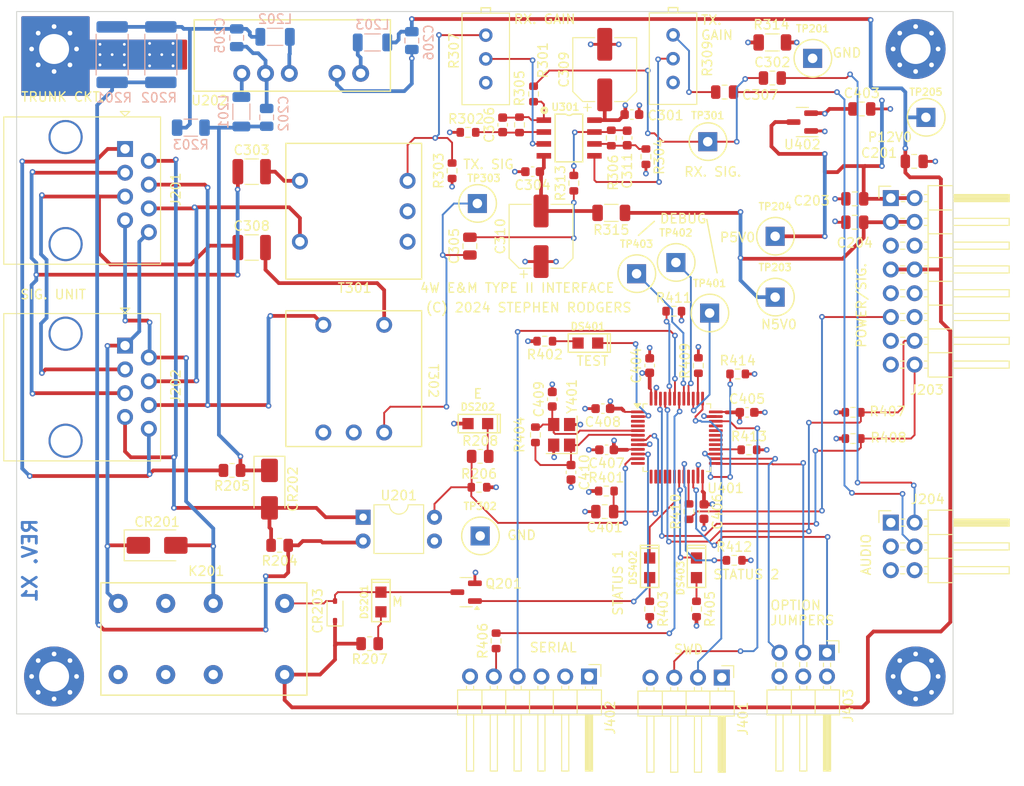
<source format=kicad_pcb>
(kicad_pcb (version 20240108) (generator "pcbnew") (generator_version "8.0")
  (layers (0 "F.Cu" signal) (1 "In1.Cu" signal) (2 "In2.Cu" signal) (31 "B.Cu" signal) (34 "B.Paste" user) (35 "F.Paste" user) (36 "B.SilkS" user "B.Silkscreen") (37 "F.SilkS" user "F.Silkscreen") (38 "B.Mask" user) (39 "F.Mask" user) (44 "Edge.Cuts" user))
  (net 0 "")
  (net 1 "/Top/N48V0_TNV")
  (net 2 "/Top/N48V0_RET_TNV")
  (net 3 "/Top/P5V0")
  (net 4 "GND")
  (net 5 "/Top/P12V0")
  (net 6 "/Top/N5V0")
  (net 7 "/Top/Audio/P5V0_CLEAN")
  (net 8 "/Top/RXA")
  (net 9 "/Top/T1_TNV")
  (net 10 "/Top/Audio/RAP_TNV")
  (net 11 "/Top/Audio/N5V0_CLEAN")
  (net 12 "Net-(U301A-+)")
  (net 13 "Net-(C305-Pad2)")
  (net 14 "Net-(U301B-+)")
  (net 15 "Net-(C306-Pad2)")
  (net 16 "Net-(C307-Pad1)")
  (net 17 "/Top/TXA")
  (net 18 "/Top/T_TNV")
  (net 19 "/Top/Audio/XAP_TNV")
  (net 20 "/Top/Control/NRST")
  (net 21 "/Top/P3V3_CPU")
  (net 22 "Net-(U401-PD0)")
  (net 23 "Net-(U401-PD1)")
  (net 24 "/Top/SB_TNV")
  (net 25 "/Top/M_TNV")
  (net 26 "/Top/E_TNV")
  (net 27 "Net-(CR203-A)")
  (net 28 "Net-(DS401-A)")
  (net 29 "/Top/Control/LEDN_TEST")
  (net 30 "Net-(DS402-A)")
  (net 31 "/Top/Control/LED_STATUS_1_N")
  (net 32 "Net-(DS403-A)")
  (net 33 "/Top/Control/LED_STATUS_2_N")
  (net 34 "/Top/SG_TNV")
  (net 35 "/Top/R_TNV")
  (net 36 "/Top/R1_TNV")
  (net 37 "/Top/ATTEN")
  (net 38 "/Top/SDA")
  (net 39 "/Top/SCL")
  (net 40 "/Top/Control/SWCLK")
  (net 41 "/Top/Control/SWDIO")
  (net 44 "/Top/Control/UART_RX")
  (net 45 "Net-(J402-Pad5)")
  (net 47 "/Top/Control/SW1")
  (net 48 "/Top/Control/SW2")
  (net 49 "/Top/Control/SW3")
  (net 54 "/Top/SEND_M")
  (net 55 "/Top/OPTO_LED_TNV")
  (net 56 "/Top/SENSE_E")
  (net 57 "Net-(C311-Pad1)")
  (net 58 "Net-(T301-P$5)")
  (net 59 "Net-(U301A--)")
  (net 60 "Net-(TP301-TP)")
  (net 61 "Net-(U301B--)")
  (net 62 "Net-(T302-P$5)")
  (net 63 "/Top/Control/UART_TX")
  (net 64 "Net-(U401-PA15)")
  (net 65 "Net-(U401-PB10)")
  (net 66 "Net-(U401-BOOT0)")
  (net 67 "Net-(U401-PB2)")
  (net 68 "Net-(U401-PB15)")
  (net 71 "/Top/Control/TP1")
  (net 72 "/Top/Control/TP2")
  (net 73 "/Top/Control/TP3")
  (net 82 "Net-(U401-PB14)")
  (net 88 "Net-(U202-COM)")
  (net 91 "Net-(DS201-A)")
  (net 92 "Net-(DS202-K)")
  (net 93 "Net-(U202-Vout+)")
  (net 94 "Net-(U202-Vout-)")
  (net 95 "Net-(U202-Vin+)")
  (footprint "mods:CONN_RJ45_HCTL_HC_RJ45_058_1_6" (layer "F.Cu") (at 111.58 64.6725 -90)
    (property "Reference" "J201")
    (property "Value" "RJ45")
  )
  (footprint "mods:LED0805" (layer "F.Cu") (at 161 85.4)
    (property "Reference" "DS401")
    (property "Value" "LEDGRN-SAR" (hide yes))
  )
  (footprint "Resistor_SMD:R_0603_1608Metric" (layer "F.Cu") (at 155.2 58.8 90)
    (property "Reference" "R301")
    (property "Value" "33")
  )
  (footprint "Resistor_SMD:R_0603_1608Metric" (layer "F.Cu") (at 176.625 108.6)
    (property "Reference" "R412")
    (property "Value" "10K")
  )
  (footprint "Diode_SMD:D_SOD-323" (layer "F.Cu") (at 134 114 90)
    (property "Reference" "CR203")
    (property "Value" "1N4148WS")
  )
  (footprint "mods:LED0805" (layer "F.Cu") (at 172.6 109.4 90)
    (property "Reference" "DS403")
    (property "Value" "LEDGRN-SAR" (hide yes))
  )
  (footprint "Resistor_SMD:R_0603_1608Metric" (layer "F.Cu") (at 177 88.7)
    (property "Reference" "R414")
    (property "Value" "0")
  )
  (footprint "Resistor_SMD:R_0603_1608Metric" (layer "F.Cu") (at 189.325 92.8)
    (property "Reference" "R407")
    (property "Value" "2.2K")
  )
  (footprint "Diode_SMD:D_SMA" (layer "F.Cu") (at 127 101 -90)
    (property "Reference" "CR202")
    (property "Value" "SMAJ64CA")
  )
  (footprint "Resistor_SMD:R_0805_2012Metric" (layer "F.Cu") (at 137.7 117.5 180)
    (property "Reference" "R207")
    (property "Value" "470")
  )
  (footprint "mods:TESTPIN" (layer "F.Cu") (at 181 80.5)
    (property "Reference" "TP203")
    (property "Value" "TESTPINTPSQ025" (hide yes))
  )
  (footprint "Connector_PinHeader_2.54mm:PinHeader_2x03_P2.54mm_Horizontal" (layer "F.Cu") (at 193.35 104.575)
    (property "Reference" "J204")
    (property "Value" "Conn_02x03_Odd_Even")
  )
  (footprint "Capacitor_SMD:C_0603_1608Metric" (layer "F.Cu") (at 157.2 91.4 90)
    (property "Reference" "C409")
    (property "Value" "22p")
  )
  (footprint "Capacitor_SMD:C_0805_2012Metric" (layer "F.Cu") (at 162.8 103.4 180)
    (property "Reference" "C401")
    (property "Value" "1u")
  )
  (footprint "mods:Potentiometer_Bourns_3296X_Horizontal_Screw_SS" (layer "F.Cu") (at 170.1 57.575 -90)
    (property "Reference" "R309")
    (property "Value" "10K")
  )
  (footprint "Resistor_SMD:R_0603_1608Metric" (layer "F.Cu") (at 151.2 117.2 90)
    (property "Reference" "R406")
    (property "Value" "470")
  )
  (footprint "Capacitor_SMD:C_0805_2012Metric" (layer "F.Cu") (at 180.7 57.1)
    (property "Reference" "C302")
    (property "Value" "10U")
  )
  (footprint "Resistor_SMD:R_0603_1608Metric" (layer "F.Cu") (at 167.6 113.8 -90)
    (property "Reference" "R403")
    (property "Value" "470")
  )
  (footprint "Capacitor_SMD:C_0603_1608Metric" (layer "F.Cu") (at 162.6 92.4 180)
    (property "Reference" "C408")
    (property "Value" "0.1u")
  )
  (footprint "mods:TESTPIN" (layer "F.Cu") (at 185 55)
    (property "Reference" "TP201")
    (property "Value" "TESTPINTPSQ025" (hide yes))
  )
  (footprint "mods:XFMR_AUDIO_COUPLING_PP3.575_SPC_11_HOLE_0.85" (layer "F.Cu") (at 136 89.2 -90)
    (property "Reference" "T302")
    (property "Value" "XFMR-AUDIO-COUPLING")
  )
  (footprint "mods:RELAY-DPDT-HRS2H" (layer "F.Cu") (at 121 117 180)
    (property "Reference" "K201")
    (property "Value" "RELAY_2RT")
  )
  (footprint "Connector_PinHeader_2.54mm:PinHeader_1x06_P2.54mm_Horizontal" (layer "F.Cu") (at 161.12 121 -90)
    (property "Reference" "J402")
    (property "Value" "CONN6")
  )
  (footprint "Capacitor_SMD:C_0603_1608Metric" (layer "F.Cu") (at 163 96.8 180)
    (property "Reference" "C407")
    (property "Value" "0.1u")
  )
  (footprint "Diode_SMD:D_SMA" (layer "F.Cu") (at 115 107)
    (property "Reference" "CR201")
    (property "Value" "SMAJ64CA")
  )
  (footprint "mods:SOIC8N-SAR" (layer "F.Cu") (at 159 63.5)
    (property "Reference" "U301")
    (property "Value" "LMC6482" (hide yes))
  )
  (footprint "Resistor_SMD:R_0603_1608Metric" (layer "F.Cu") (at 155.4 95.2 -90)
    (property "Reference" "R404")
    (property "Value" "1M")
  )
  (footprint "Resistor_SMD:R_0603_1608Metric" (layer "F.Cu") (at 149.375 100.8)
    (property "Reference" "R206")
    (property "Value" "4.7K")
  )
  (footprint "Resistor_SMD:R_0603_1608Metric" (layer "F.Cu") (at 172.6 113.8 -90)
    (property "Reference" "R405")
    (property "Value" "470")
  )
  (footprint "Capacitor_SMD:CP_Elec_6.3x7.7" (layer "F.Cu") (at 162.8 56.2 90)
    (property "Reference" "C309")
    (property "Value" "100U")
  )
  (footprint "Capacitor_SMD:C_0805_2012Metric" (layer "F.Cu") (at 190.25 60.4)
    (property "Reference" "C403")
    (property "Value" "22u")
  )
  (footprint "Resistor_SMD:R_0603_1608Metric" (layer "F.Cu") (at 178.2 96.8)
    (property "Reference" "R413")
    (property "Value" "0")
  )
  (footprint "Capacitor_SMD:C_0805_2012Metric" (layer "F.Cu") (at 195.85 66)
    (property "Reference" "C201")
    (property "Value" "10u")
  )
  (footprint "Resistor_SMD:R_0603_1608Metric" (layer "F.Cu") (at 162.975 101.2)
    (property "Reference" "R401")
    (property "Value" "10K")
  )
  (footprint "MountingHole:MountingHole_3.2mm_M3_Pad_Via" (layer "F.Cu") (at 196 54)
    (property "Reference" "MH202" (hide yes))
    (property "Value" "MountingHole_Pad" (hide yes))
  )
  (footprint "MountingHole:MountingHole_3.2mm_M3_Pad_Via" (layer "F.Cu") (at 196 121)
    (property "Reference" "MH203" (hide yes))
    (property "Value" "MountingHole_Pad" (hide yes))
  )
  (footprint "mods:TESTPIN" (layer "F.Cu") (at 174 82.2)
    (property "Reference" "TP401")
    (property "Value" "TESTPINTPSQ025" (hide yes))
  )
  (footprint "Resistor_SMD:R_0805_2012Metric" (layer "F.Cu") (at 123 99 180)
    (property "Reference" "R205")
    (property "Value" "0")
  )
  (footprint "Resistor_SMD:R_0603_1608Metric" (layer "F.Cu") (at 146.5 67 90)
    (property "Reference" "R303")
    (property "Value" "620")
  )
  (footprint "Resistor_SMD:R_0603_1608Metric" (layer "F.Cu") (at 159.5 68.325 90)
    (property "Reference" "R313")
    (property "Value" "620")
  )
  (footprint "Capacitor_SMD:CP_Elec_6.3x7.7" (layer "F.Cu") (at 156 74 90)
    (property "Reference" "C310")
    (property "Value" "100U")
  )
  (footprint "mods:TESTPIN" (layer "F.Cu") (at 173.8 63.9)
    (property "Reference" "TP301")
    (property "Value" "TESTPINTPSQ025" (hide yes))
  )
  (footprint "mods:TESTPIN" (layer "F.Cu") (at 149.2 70.5)
    (property "Reference" "TP303")
    (property "Value" "TESTPINTPSQ025" (hide yes))
  )
  (footprint "Resistor_SMD:R_0603_1608Metric" (layer "F.Cu") (at 189.325 95.6)
    (property "Reference" "R408")
    (property "Value" "2.2K")
  )
  (footprint "Resistor_SMD:R_0805_2012Metric" (layer "F.Cu") (at 149.5 97.5)
    (property "Reference" "R208")
    (property "Value" "180")
  )
  (footprint "Capacitor_SMD:C_0805_2012Metric" (layer "F.Cu") (at 148.4 75.05 90)
    (property "Reference" "C305")
    (property "Value" "10U")
  )
  (footprint "mods:TESTPIN" (layer "F.Cu") (at 149.5 106)
    (property "Reference" "TP302")
    (property "Value" "TESTPINTPSQ025" (hide yes))
  )
  (footprint "Resistor_SMD:R_0603_1608Metric" (layer "F.Cu") (at 172.8 87.8 90)
    (property "Reference" "R409")
    (property "Value" "0")
  )
  (footprint "Capacitor_SMD:C_1210_3225Metric" (layer "F.Cu") (at 125.1 75.2)
    (property "Reference" "C308")
    (property "Value" "3.3u")
  )
  (footprint "mods:TESTPIN" (layer "F.Cu") (at 181 74)
    (property "Reference" "TP204")
    (property "Value" "TESTPINTPSQ025" (hide yes))
  )
  (footprint "Capacitor_SMD:C_0805_2012Metric" (layer "F.Cu") (at 189.5 70 180)
    (property "Reference" "C203")
    (property "Value" "10u")
  )
  (footprint "mods:TESTPIN" (layer "F.Cu") (at 197.1 61.3)
    (property "Reference" "TP205")
    (property "Value" "TESTPINTPSQ025" (hide yes))
  )
  (footprint "Resistor_SMD:R_1206_3216Metric" (layer "F.Cu") (at 163.5 71.5 180)
    (property "Reference" "R315")
    (property "Value" "10")
  )
  (footprint "Connector_PinHeader_2.54mm:PinHeader_1x04_P2.54mm_Horizontal" (layer "F.Cu") (at 175.3 121.125 -90)
    (property "Reference" "J401")
    (property "Value" "CONN4")
  )
  (footprint "Capacitor_SMD:C_0805_2012Metric" (layer "F.Cu") (at 175.6 58.6)
    (property "Reference" "C307")
    (property "Value" "10U")
  )
  (footprint "Capacitor_SMD:C_0603_1608Metric" (layer "F.Cu") (at 178 92.8)
    (property "Reference" "C405")
    (property "Value" "0.1u")
  )
  (footprint "Capacitor_SMD:C_0603_1608Metric" (layer "F.Cu") (at 173.4 103.4 -90)
    (property "Reference" "C406")
    (property "Value" "0.1u")
  )
  (footprint "Resistor_SMD:R_0603_1608Metric" (layer "F.Cu") (at 148.2 62.9)
    (property "Reference" "R302")
    (property "Value" "22K")
  )
  (footprint "mods:LED0805" (layer "F.Cu") (at 138.9 113.05 90)
    (property "Reference" "DS201")
    (property "Value" "LEDGRN-SAR" (hide yes))
  )
  (footprint "mods:XFMR_AUDIO_COUPLING_PP3.575_SPC_11_HOLE_0.85" (layer "F.Cu") (at 136 71.325)
    (property "Reference" "T301")
    (property "Value" "XFMR-AUDIO-COUPLING")
  )
  (footprint "Resistor_SMD:R_0603_1608Metric" (layer "F.Cu") (at 156.4 85.2 180)
    (property "Reference" "R402")
    (property "Value" "470")
  )
  (footprint "mods:LED0805" (layer "F.Cu") (at 167.6 109.4 90)
    (property "Reference" "DS402")
    (property "Value" "LEDGRN-SAR" (hide yes))
  )
  (footprint "Capacitor_SMD:C_0603_1608Metric" (layer "F.Cu") (at 165.7 61 180)
    (property "Reference" "C301")
    (property "Value" "0.1u")
  )
  (footprint "Capacitor_SMD:C_0603_1608Metric" (layer "F.Cu") (at 159.2 99.2 -90)
    (property "Reference" "C410")
    (property "Value" "22p")
  )
  (footprint "mods:Potentiometer_Bourns_3296X_Horizontal_Screw_SS" (layer "F.Cu") (at 150.1 57.6 -90)
    (property "Reference" "R307")
    (property "Value" "10K")
  )
  (footprint "Package_TO_SOT_SMD:SOT-23" (layer "F.Cu") (at 148 112 180)
    (property "Reference" "Q201")
    (property "Value" "2N7002" (hide yes))
  )
  (footprint "Capacitor_SMD:C_0603_1608Metric" (layer "F.Cu") (at 165.2 63.5 -90)
    (property "Reference" "C311")
    (property "Value" "33p")
  )
  (footprint "Resistor_SMD:R_0603_1608Metric" (layer "F.Cu") (at 153.7 62.1 90)
    (property "Reference" "R305")
    (property "Value" "100K")
  )
  (footprint "mods:SOT23-3-SAR-V2" (layer "F.Cu") (at 183.9 61.8 180)
    (property "Reference" "U402")
    (property "Value" "ME6211A33M3G-N")
  )
  (footprint "Resistor_SMD:R_0603_1608Metric" (layer "F.Cu") (at 167.2 65.5 -90)
    (property "Reference" "R304")
    (property "Value" "22K")
  )
  (footprint "Resistor_SMD:R_0603_1608Metric" (layer "F.Cu") (at 170.175 82)
    (property "Reference" "R411")
    (property "Value" "10K")
  )
  (footprint "Capacitor_SMD:C_0603_1608Metric" (layer "F.Cu") (at 167.6 87.8 90)
    (property "Reference" "C404")
    (property "Value" "0.1u")
  )
  (footprint "mods:TESTPIN" (layer "F.Cu") (at 170.4 76.8)
    (property "Reference" "TP402")
    (property "Value" "TESTPINTPSQ025" (hide yes))
  )
  (footprint "MountingHole:MountingHole_3.2mm_M3_Pad_Via" (layer "F.Cu") (at 104 121)
    (property "Reference" "MH204" (hide yes))
    (property "Value" "MountingHole_Pad" (hide yes))
  )
  (footprint "Resistor_SMD:R_0805_2012Metric" (layer "F.Cu") (at 128.0875 107 180)
    (property "Reference" "R204")
    (property "Value" "180")
  )
  (footprint "Capacitor_SMD:C_1210_3225Metric" (layer "F.Cu") (at 125.1 67.1)
    (property "Reference" "C303")
    (property "Value" "3.3u")
  )
  (footprint "Crystal:Crystal_SMD_3225-4Pin_3.2x2.5mm" (layer "F.Cu") (at 158.2 95.2 90)
    (property "Reference" "Y401")
    (property "Value" "8.0M")
  )
  (footprint "Capacitor_SMD:C_0603_1608Metric" (layer "F.Cu") (at 151.9 62.1 90)
    (property "Reference" "C306")
    (property "Value" "33p")
  )
  (footprint "mods:CONN_RJ45_HCTL_HC_RJ45_058_1_6" (layer "F.Cu") (at 111.58 85.6725 -90)
    (property "Reference" "J202")
    (property "Value" "RJ45")
  )
  (footprint "Capacitor_SMD:C_0603_1608Metric" (layer "F.Cu") (at 155.1 67.1 180)
    (property "Reference" "C304")
    (property "Value" "0.1u")
  )
  (footprint "MountingHole:MountingHole_3.2mm_M3_Pad_Via" (layer "F.Cu") (at 104 54)
    (property "Reference" "MH201" (hide yes))
    (property "Value" "MountingHole_Pad" (hide yes))
  )
  (footprint "mods:TESTPIN" (layer "F.Cu") (at 166.2 78)
    (property "Reference" "TP403")
    (property "Value" "TESTPINTPSQ025" (hide yes))
  )
  (footprint "Package_QFP:LQFP-48_7x7mm_P0.5mm" (layer "F.Cu") (at 170.5 95.5)
    (property "Reference" "U401")
    (property "Value" "STM32F103C8Tx")
  )
  (footprint "Resistor_SMD:R_0603_1608Metric" (layer "F.Cu") (at 163.5 63.5 -90)
    (property "Reference" "R306")
    (property "Value" "100K")
  )
  (footprint "mods:LED0805" (layer "F.Cu") (at 149.25 94)
    (property "Reference" "DS202")
    (property "Value" "LEDGRN-SAR" (hide yes))
  )
  (footprint "Connector_PinHeader_2.54mm:PinHeader_2x03_P2.54mm_Horizontal" (layer "F.Cu") (at 186.54 118.46 -90)
    (property "Reference" "J403")
    (property "Value" "Conn_02x03_Odd_Even")
  )
  (footprint "Connector_PinHeader_2.54mm:PinHeader_2x08_P2.54mm_Horizontal" (layer "F.Cu") (at 193.35 69.92)
    (property "Reference" "J203")
    (property "Value" "Conn_02x08_Odd_Even")
  )
  (footprint "Package_DIP:DIP-4_W7.62mm" (layer "F.Cu") (at 137 104)
    (property "Reference" "U201")
    (property "Value" "EL817S1(B)(TU)-F")
  )
  (footprint "Capacitor_SMD:C_0805_2012Metric" (layer "F.Cu") (at 189.5 72.5 180)
    (property "Reference" "C204")
    (property "Value" "10u")
  )
  (footprint "Resistor_SMD:R_0603_1608Metric" (layer "F.Cu") (at 171.8 103.4 90)
    (property "Reference" "R410")
    (property "Value" "33")
  )
  (footprint "Resistor_SMD:R_1206_3216Metric" (layer "F.Cu") (at 180.7 53.3 180)
    (property "Reference" "R314")
    (property "Value" "10")
  )
  (footprint "mods:A1224S-1WR3" (layer "F.Cu") (at 129.12 56.6 180)
    (property "Reference" "U202")
    (property "Value" "A1224S-1WR3")
  )
  (footprint "Capacitor_SMD:C_0805_2012Metric" (layer "B.Cu") (at 126.7 61.3 90)
    (property "Reference" "C202")
    (property "Value" "0.47u")
  )
  (footprint "Resistor_SMD:R_2512_6332Metric" (layer "B.Cu") (at 110.2 54.6 -90)
    (property "Reference" "R201")
    (property "Value" "4.7K")
  )
  (footprint "Resistor_SMD:R_1206_3216Metric" (layer "B.Cu") (at 118.6 62.4)
    (property "Reference" "R203")
    (property "Value" "12K")
  )
  (footprint "Capacitor_SMD:C_0805_2012Metric" (layer "B.Cu") (at 123.5 52.8 -90)
    (property "Reference" "C205")
    (property "Value" "0.47u")
  )
  (footprint "Capacitor_SMD:C_0805_2012Metric" (layer "B.Cu") (at 142.2 53.1 -90)
    (property "Reference" "C206")
    (property "Value" "4.7u")
  )
  (footprint "Inductor_SMD:L_1206_3216Metric" (layer "B.Cu") (at 138 53.3 180)
    (property "Reference" "L203")
    (property "Value" "4.7uH")
  )
  (footprint "Inductor_SMD:L_1206_3216Metric" (layer "B.Cu") (at 127.6 52.7 180)
    (property "Reference" "L202")
    (property "Value" "4.7uH")
  )
  (footprint "Inductor_SMD:L_1206_3216Metric" (layer "B.Cu") (at 124 60.7 -90)
    (property "Reference" "L201")
    (property "Value" "4.7uH")
  )
  (footprint "Resistor_SMD:R_2512_6332Metric" (layer "B.Cu") (at 115.4 54.6 -90)
    (property "Reference" "R202")
    (property "Value" "4.7K")
  )
  (gr_line (start 168.1 72.4) (end 166.4 73.9) (stroke (width 0.15)) (layer "F.SilkS"))
  (gr_line (start 173.7 72.2) (end 174.8 77.9) (stroke (width 0.15)) (layer "F.SilkS"))
  (gr_rect (start 100 50) (end 200 125) (stroke (width 0.1)) (fill none) (layer "Edge.Cuts"))
  (gr_text "REV. X1" (at 102.3 104 90) (layer "B.Cu") (effects (font (size 1.5 1.5) (thickness 0.3) (bold yes)) (justify left bottom mirror)))
  (gr_text "E" (at 148.7 91.4 0) (layer "F.SilkS") (effects (font (size 1 1)) (justify left bottom)))
  (gr_text "AUDIO\n" (at 191.3 110.3 90) (layer "F.SilkS") (effects (font (size 1 1)) (justify left bottom)))
  (gr_text "P5V0" (at 175 74.7 0) (layer "F.SilkS") (effects (font (size 1 1)) (justify left bottom)))
  (gr_text "TX.\nGAIN" (at 173 53.1 0) (layer "F.SilkS") (effects (font (size 1 1)) (justify left bottom)))
  (gr_text "STATUS 1" (at 164.8 114.6 90) (layer "F.SilkS") (effects (font (size 1 1)) (justify left bottom)))
  (gr_text "POWER/SIG." (at 190.8 86 90) (layer "F.SilkS") (effects (font (size 1 1)) (justify left bottom)))
  (gr_text "SERIAL" (at 154.7 118.5 0) (layer "F.SilkS") (effects (font (size 1 1)) (justify left bottom)))
  (gr_text "OPTION\nJUMPERS" (at 180.4 115.6 0) (layer "F.SilkS") (effects (font (size 1 1)) (justify left bottom)))
  (gr_text "TRUNK CKT." (at 100.4 59.7 0) (layer "F.SilkS") (effects (font (size 1 1)) (justify left bottom)))
  (gr_text "(C) 2024 STEPHEN RODGERS" (at 143.6 82.2 0) (layer "F.SilkS") (effects (font (size 1 1)) (justify left bottom)))
  (gr_text "4W E&M TYPE II INTERFACE" (at 143 80.1 0) (layer "F.SilkS") (effects (font (size 1 1)) (justify left bottom)))
  (gr_text "SIG. UNIT" (at 100.3 80.8 0) (layer "F.SilkS") (effects (font (size 1 1)) (justify left bottom)))
  (gr_text "GND" (at 152.3 106.5 0) (layer "F.SilkS") (effects (font (size 1 1)) (justify left bottom)))
  (gr_text "GND" (at 187.038046 54.99 0) (layer "F.SilkS") (effects (font (size 1 1)) (justify left bottom)))
  (gr_text "M" (at 140 113.6 0) (layer "F.SilkS") (effects (font (size 1 1)) (justify left bottom)))
  (gr_text "TX. SIG" (at 147.6 66.9 0) (layer "F.SilkS") (effects (font (size 1 1)) (justify left bottom)))
  (gr_text "N5V0" (at 179.4 84 0) (layer "F.SilkS") (effects (font (size 1 1)) (justify left bottom)))
  (gr_text "DEBUG" (at 168.6 72.7 0) (layer "F.SilkS") (effects (font (size 1 1)) (justify left bottom)))
  (gr_text "P12V0" (at 190.8 64 0) (layer "F.SilkS") (effects (font (size 1 1)) (justify left bottom)))
  (gr_text "TEST" (at 159.7 87.9 0) (layer "F.SilkS") (effects (font (size 1 1)) (justify left bottom)))
  (gr_text "SWD" (at 170.1 118.7 0) (layer "F.SilkS") (effects (font (size 1 1)) (justify left bottom)))
  (gr_text "RX. SIG." (at 171.2 67.7 0) (layer "F.SilkS") (effects (font (size 1 1)) (justify left bottom)))
  (gr_text "STATUS 2" (at 174.3 110.7 0) (layer "F.SilkS") (effects (font (size 1 1)) (justify left bottom)))
  (gr_text "RX. GAIN" (at 153 51.4 0) (layer "F.SilkS") (effects (font (size 1 1)) (justify left bottom)))
  (segment (start 123.5 51.85) (end 124.55 51.85) (width 0.4) (layer "B.Cu") (net 1))
  (segment (start 115.4 51.6375) (end 110.2 51.6375) (width 0.4) (layer "B.Cu") (net 1))
  (segment (start 124.55 51.85) (end 124.9 52.2) (width 0.4) (layer "B.Cu") (net 1))
  (segment (start 118.5 62) (end 118.5 51.85) (width 0.4) (layer "B.Cu") (net 1))
  (segment (start 126.025 52.7) (end 125.1 52.7) (width 0.4) (layer "B.Cu") (net 1))
  (segment (start 123.5 51.85) (end 118.5 51.85) (width 0.4) (layer "B.Cu") (net 1))
  (segment (start 118.5 51.85) (end 117.85 51.85) (width 0.4) (layer "B.Cu") (net 1))
  (segment (start 117.1375 62.4) (end 118.1 62.4) (width 0.4) (layer "B.Cu") (net 1))
  (segment (start 117.6375 51.6375) (end 115.4 51.6375) (width 0.4) (layer "B.Cu") (net 1))
  (segment (start 124.9 52.5) (end 124.9 52.2) (width 0.4) (layer "B.Cu") (net 1))
  (segment (start 118.1 62.4) (end 118.5 62) (width 0.4) (layer "B.Cu") (net 1))
  (segment (start 125.1 52.7) (end 124.9 52.5) (width 0.4) (layer "B.Cu") (net 1))
  (segment (start 117.85 51.85) (end 117.6375 51.6375) (width 0.4) (layer "B.Cu") (net 1))
  (segment (start 123.9125 99) (end 127 99) (width 0.4) (layer "F.Cu") (net 2))
  (segment (start 123.9 97.5) (end 123.9 98.9875) (width 0.4) (layer "F.Cu") (net 2))
  (via (at 123.9 97.5) (size 0.6) (drill 0.3) (layers "F.Cu" "B.Cu") (net 2))
  (segment (start 123.9 97.5) (end 121.6 95.2) (width 0.4) (layer "B.Cu") (net 2))
  (segment (start 123.875 62.4) (end 124 62.275) (width 0.4) (layer "B.Cu") (net 2))
  (segment (start 120.0625 62.4) (end 121.6 62.4) (width 0.4) (layer "B.Cu") (net 2))
  (segment (start 121.6 95.2) (end 121.6 62.4) (width 0.4) (layer "B.Cu") (net 2))
  (segment (start 121.6 62.4) (end 123.875 62.4) (width 0.4) (layer "B.Cu") (net 2))
  (segment (start 124 62.275) (end 126.675 62.275) (width 0.4) (layer "B.Cu") (net 2))
  (segment (start 126.675 62.275) (end 126.7 62.25) (width 0.4) (layer "B.Cu") (net 2))
  (segment (start 180.6 62.2) (end 181 61.8) (width 0.4) (layer "F.Cu") (net 3))
  (segment (start 186.3 67.15) (end 186.3 65.2) (width 0.4) (layer "F.Cu") (net 3))
  (segment (start 183.3 53.3) (end 182.1625 53.3) (width 0.4) (layer "F.Cu") (net 3))
  (segment (start 190.6 66.5) (end 192.4 66.5) (width 0.4) (layer "F.Cu") (net 3))
  (segment (start 181.4 65.2) (end 180.6 64.4) (width 0.4) (layer "F.Cu") (net 3))
  (segment (start 186.3 65.2) (end 181.4 65.2) (width 0.4) (layer "F.Cu") (net 3))
  (segment (start 190.45 70) (end 193.27 70) (width 0.4) (layer "F.Cu") (net 3))
  (segment (start 180.6 64.4) (end 180.6 62.2) (width 0.4) (layer "F.Cu") (net 3))
  (segment (start 193.35 69.92) (end 195.89 69.92) (width 0.4) (layer "F.Cu") (net 3))
  (segment (start 190.45 66.65) (end 190.6 66.5) (width 0.4) (layer "F.Cu") (net 3))
  (segment (start 190.45 70) (end 190.45 66.65) (width 0.4) (layer "F.Cu") (net 3))
  (segment (start 186.3 67.15) (end 187.65 67.15) (width 0.4) (layer "F.Cu") (net 3))
  (segment (start 187.65 67.15) (end 188.3 66.5) (width 0.4) (layer "F.Cu") (net 3))
  (segment (start 188.3 66.5) (end 190.6 66.5) (width 0.4) (layer "F.Cu") (net 3))
  (segment (start 186.3 74) (end 181 74) (width 0.4) (layer "F.Cu") (net 3))
  (segment (start 181 61.8) (end 182.9625 61.8) (width 0.4) (layer "F.Cu") (net 3))
  (via (at 192.4 59.5) (size 0.6) (drill 0.3) (layers "F.Cu" "B.Cu") (net 3))
  (via (at 192.4 66.5) (size 0.6) (drill 0.3) (layers "F.Cu" "B.Cu") (net 3))
  (via (at 183.3 53.3) (size 0.6) (drill 0.3) (layers "F.Cu" "B.Cu") (net 3))
  (via (at 186.3 65.2) (size 0.6) (drill 0.3) (layers "F.Cu" "B.Cu") (net 3))
  (via (at 186.3 74) (size 0.6) (drill 0.3) (layers "F.Cu" "B.Cu") (net 3))
  (segment (start 192.4 59.5) (end 192.4 66.5) (width 0.4) (layer "B.Cu") (net 3))
  (segment (start 186.3 65.2) (end 186.3 74) (width 0.4) (layer "B.Cu") (net 3))
  (segment (start 148.9375 109.9625) (end 149 109.9) (width 0.3) (layer "F.Cu") (net 4))
  (segment (start 196.8 66) (end 198.1 66) (width 0.3) (layer "F.Cu") (net 4))
  (segment (start 161.825 92.4) (end 160.7 92.4) (width 0.3) (layer "F.Cu") (net 4))
  (segment (start 173.4 104.175) (end 173.4 105.2) (width 0.3) (layer "F.Cu") (net 4))
  (segment (start 191.2 60.4) (end 193.3 60.4) (width 0.3) (layer "F.Cu") (net 4))
  (segment (start 173.45 93.25) (end 173.4 93.2) (width 0.3) (layer "F.Cu") (net 4))
  (segment (start 174.6625 93.25) (end 173.45 93.25) (width 0.3) (layer "F.Cu") (net 4))
  (segment (start 188.55 70) (end 187.4 70) (width 0.3) (layer "F.Cu") (net 4))
  (segment (start 157.35 96.3) (end 157.35 97.55) (width 0.3) (layer "F.Cu") (net 4))
  (segment (start 186.25 62.75) (end 186.3 62.8) (width 0.3) (layer "F.Cu") (net 4))
  (segment (start 171 82) (end 171 83) (width 0.3) (layer "F.Cu") (net 4))
  (segment (start 153.2 67.1) (end 154.325 67.1) (width 0.3) (layer "F.Cu") (net 4))
  (segment (start 168.25 90.229157) (end 168.318736 90.160421) (width 0.3) (layer "F.Cu") (net 4))
  (segment (start 146.5 67.825) (end 146.5 68.7) (width 0.3) (layer "F.Cu") (net 4))
  (segment (start 172.75 98.45) (end 172.8 98.4) (width 0.3) (layer "F.Cu") (net 4))
  (segment (start 167.2 66.325) (end 167.2 67.3) (width 0.3) (layer "F.Cu") (net 4))
  (segment (start 159.05 94.1) (end 160.2 94.1) (width 0.3) (layer "F.Cu") (net 4))
  (segment (start 177.45 108.6) (end 178.4 108.6) (width 0.3) (layer "F.Cu") (net 4))
  (segment (start 168.25 91.3375) (end 168.25 90.229157) (width 0.3) (layer "F.Cu") (net 4))
  (segment (start 159.2 99.975) (end 159.2 100.8) (width 0.3) (layer "F.Cu") (net 4))
  (segment (start 177.825 88.7) (end 178.8 88.7) (width 0.3) (layer "F.Cu") (net 4))
  (segment (start 166.3375 96.25) (end 167.55 96.25) (width 0.3) (layer "F.Cu") (net 4))
  (segment (start 179.025 96.8) (end 180.1 96.8) (width 0.3) (layer "F.Cu") (net 4))
  (segment (start 161.85 103.4) (end 160.7 103.4) (width 0.3) (layer "F.Cu") (net 4))
  (segment (start 167.55 96.25) (end 167.6 96.2) (width 0.3) (layer "F.Cu") (net 4))
  (segment (start 167.6 87.025) (end 167.6 85.9) (width 0.3) (layer "F.Cu") (net 4))
  (segment (start 157.2 90.625) (end 157.2 89.8) (width 0.3) (layer "F.Cu") (net 4))
  (segment (start 157.35 97.55) (end 157.4 97.6) (width 0.3) (layer "F.Cu") (net 4))
  (segment (start 172.75 99.6625) (end 172.75 98.45) (width 0.3) (layer "F.Cu") (net 4))
  (segment (start 154.3 76.7) (end 156 76.7) (width 0.3) (layer "F.Cu") (net 4))
  (segment (start 188.55 72.5) (end 187.5 72.5) (width 0.3) (layer "F.Cu") (net 4))
  (segment (start 184.8375 62.75) (end 186.25 62.75) (width 0.3) (layer "F.Cu") (net 4))
  (segment (start 166.475 60.025) (end 166.5 60) (width 0.3) (layer "F.Cu") (net 4))
  (segment (start 161.3 53.5) (end 164.3 53.5) (width 0.3) (layer "F.Cu") (net 4))
  (segment (start 172.8 86.975) (end 172.8 85.8) (width 0.3) (layer "F.Cu") (net 4))
  (segment (start 178.775 92.8) (end 179.9 92.8) (width 0.3) (layer "F.Cu") (net 4))
  (segment (start 157.6 76.7) (end 156 76.7) (width 0.3) (layer "F.Cu") (net 4))
  (segment (start 187.5 72.5) (end 187.4 72.4) (width 0.3) (layer "F.Cu") (net 4))
  (segment (start 147.3 62.9) (end 146.25 62.9) (width 0.3) (layer "F.Cu") (net 4))
  (segment (start 148.9375 111.05) (end 148.9375 109.9625) (width 0.3) (layer "F.Cu") (net 4))
  (segment (start 162.225 96.8) (end 161.1 96.8) (width 0.3) (layer "F.Cu") (net 4))
  (segment (start 166.475 61) (end 166.475 60.025) (width 0.3) (layer "F.Cu") (net 4))
  (via (at 116.7 55.8) (size 0.6) (drill 0.3) (layers "F.Cu" "B.Cu") (net 4))
  (via (at 160.7 103.4) (size 0.6) (drill 0.3) (layers "F.Cu" "B.Cu") (net 4))
  (via (at 142.2 55) (size 0.6) (drill 0.3) (layers "F.Cu" "B.Cu") (net 4))
  (via (at 108.9 54.6) (size 0.6) (drill 0.3) (layers "F.Cu" "B.Cu") (net 4))
  (via (at 157.2 89.8) (size 0.6) (drill 0.3) (layers "F.Cu" "B.Cu") (net 4))
  (via (at 153.2 67.1) (size 0.6) (drill 0.3) (layers "F.Cu" "B.Cu") (net 4))
  (via (at 168.318736 90.160421) (size 0.6) (drill 0.3) (layers "F.Cu" "B.Cu") (net 4))
  (via (at 161.1 96.8) (size 0.6) (drill 0.3) (layers "F.Cu" "B.Cu") (net 4))
  (via (at 110.2 54.6) (size 0.6) (drill 0.3) (layers "F.Cu" "B.Cu") (net 4))
  (via (at 166.5 60) (size 0.6) (drill 0.3) (layers "F.Cu" "B.Cu") (net 4))
  (via (at 187.4 72.4) (size 0.6) (drill 0.3) (layers "F.Cu" "B.Cu") (net 4))
  (via (at 180.1 96.8) (size 0.6) (drill 0.3) (layers "F.Cu" "B.Cu") (net 4))
  (via (at 198.1 66) (size 0.6) (drill 0.3) (layers "F.Cu" "B.Cu") (net 4))
  (via (at 172.8 98.4) (size 0.6) (drill 0.3) (layers "F.Cu" "B.Cu") (net 4))
  (via (at 171 83) (size 0.6) (drill 0.3) (layers "F.Cu" "B.Cu") (net 4))
  (via (at 167.2 67.3) (size 0.6) (drill 0.3) (layers "F.Cu" "B.Cu") (net 4))
  (via (at 167.6 96.2) (size 0.6) (drill 0.3) (layers "F.Cu" "B.Cu") (net 4))
  (via (at 114.2 55.8) (size 0.6) (drill 0.3) (layers "F.Cu" "B.Cu") (net 4))
  (via (at 160.2 94.1) (size 0.6) (drill 0.3) (layers "F.Cu" "B.Cu") (net 4))
  (via (at 157.4 97.6) (size 0.6) (drill 0.3) (layers "F.Cu" "B.Cu") (net 4))
  (via (at 178.8 88.7) (size 0.6) (drill 0.3) (layers "F.Cu" "B.Cu") (net 4))
  (via (at 187.4 70) (size 0.6) (drill 0.3) (layers "F.Cu" "B.Cu") (net 4))
  (via (at 193.3 60.4) (size 0.6) (drill 0.3) (layers "F.Cu" "B.Cu") (net 4))
  (via (at 115.5 54.6) (size 0.6) (drill 0.3) (layers "F.Cu" "B.Cu") (net 4))
  (via (at 173.4 105.2) (size 0.6) (drill 0.3) (layers "F.Cu" "B.Cu") (net 4))
  (via (at 114.2 54.6) (size 0.6) (drill 0.3) (layers "F.Cu" "B.Cu") (net 4))
  (via (at 186.3 62.8) (size 0.6) (drill 0.3) (layers "F.Cu" "B.Cu") (net 4))
  (via (at 114.2 53.4) (size 0.6) (drill 0.3) (layers "F.Cu" "B.Cu") (net 4))
  (via (at 172.8 85.8) (size 0.6) (drill 0.3) (layers "F.Cu" "B.Cu") (net 4))
  (via (at 149 109.9) (size 0.6) (drill 0.3) (layers "F.Cu" "B.Cu") (net 4))
  (via (at 179.9 92.8) (size 0.6) (drill 0.3) (layers "F.Cu" "B.Cu") (net 4))
  (via (at 154.3 76.7) (size 0.6) (drill 0.3) (layers "F.Cu" "B.Cu") (net 4))
  (via (at 116.7 53.4) (size 0.6) (drill 0.3) (layers "F.Cu" "B.Cu") (net 4))
  (via (at 111.5 53.5) (size 0.6) (drill 0.3) (layers "F.Cu" "B.Cu") (net 4))
  (via (at 111.5 55.7) (size 0.6) (drill 0.3) (layers "F.Cu" "B.Cu") (net 4))
  (via (at 164.3 53.5) (size 0.6) (drill 0.3) (layers "F.Cu" "B.Cu") (net 4))
  (via (at 116.7 54.6) (size 0.6) (drill 0.3) (layers "F.Cu" "B.Cu") (net 4))
  (via (at 146.25 62.9) (size 0.6) (drill 0.3) (layers "F.Cu" "B.Cu") (net 4))
  (via (at 157.6 76.7) (size 0.6) (drill 0.3) (layers "F.Cu" "B.Cu") (net 4))
  (via (at 178.4 108.6) (size 0.6) (drill 0.3) (layers "F.Cu" "B.Cu") (net 4))
  (via (at 146.5 68.7) (size 0.6) (drill 0.3) (layers "F.Cu" "B.Cu") (net 4))
  (via (at 160.7 92.4) (size 0.6) (drill 0.3) (layers "F.Cu" "B.Cu") (net 4))
  (via (at 161.3 53.5) (size 0.6) (drill 0.3) (layers "F.Cu" "B.Cu") (net 4))
  (via (at 111.5 54.6) (size 0.6) (drill 0.3) (layers "F.Cu" "B.Cu") (net 4))
  (via (at 108.9 55.7) (size 0.6) (drill 0.3) (layers "F.Cu" "B.Cu") (net 4))
  (via (at 173.4 93.2) (size 0.6) (drill 0.3) (layers "F.Cu" "B.Cu") (net 4))
  (via (at 159.2 100.8) (size 0.6) (drill 0.3) (layers "F.Cu" "B.Cu") (net 4))
  (via (at 167.6 85.9) (size 0.6) (drill 0.3) (layers "F.Cu" "B.Cu") (net 4))
  (via (at 108.9 53.5) (size 0.6) (drill 0.3) (layers "F.Cu" "B.Cu") (net 4))
  (segment (start 134.2 56.6) (end 134.2 57.8) (width 0.4) (layer "B.Cu") (net 4))
  (segment (start 134.2 57.8) (end 134.9 58.5) (width 0.4) (layer "B.Cu") (net 4))
  (segment (start 141.4 58.5) (end 142.2 57.7) (width 0.4) (layer "B.Cu") (net 4))
  (segment (start 134.9 58.5) (end 141.4 58.5) (width 0.4) (layer "B.Cu") (net 4))
  (segment (start 142.2 57.7) (end 142.2 55) (width 0.4) (layer "B.Cu") (net 4))
  (segment (start 142.2 54.05) (end 142.2 55) (width 0.3) (layer "B.Cu") (net 4))
  (segment (start 190.9 116.8) (end 190.9 123.7) (width 0.4) (layer "F.Cu") (net 5))
  (segment (start 195.4 67.7) (end 198.5 67.7) (width 0.4) (layer "F.Cu") (net 5))
  (segment (start 198.7 67.9) (end 198.7 83.1) (width 0.4) (layer "F.Cu") (net 5))
  (segment (start 191.1 50.8) (end 191.2 50.9) (width 0.4) (layer "F.Cu") (net 5))
  (segment (start 134 119.2) (end 132.4 120.8) (width 0.4) (layer "F.Cu") (net 5))
  (segment (start 194.9 64.6) (end 194.9 66) (width 0.4) (layer "F.Cu") (net 5))
  (segment (start 191.5 116.2) (end 190.9 116.8) (width 0.4) (layer "F.Cu") (net 5))
  (segment (start 136.7875 117.5) (end 134.2 117.5) (width 0.4) (layer "F.Cu") (net 5))
  (segment (start 199.7 115.2) (end 198.7 116.2) (width 0.4) (layer "F.Cu") (net 5))
  (segment (start 199.7 84.1) (end 199.7 115.2) (width 0.4) (layer "F.Cu") (net 5))
  (segment (start 198.5 67.7) (end 198.7 67.9) (width 0.4) (layer "F.Cu") (net 5))
  (segment (start 194.9 67.2) (end 195.4 67.7) (width 0.4) (layer "F.Cu") (net 5))
  (segment (start 134 117.7) (end 134 119.2) (width 0.4) (layer "F.Cu") (net 5))
  (segment (start 198.7 83.1) (end 199.7 84.1) (width 0.4) (layer "F.Cu") (net 5))
  (segment (start 132.4 120.8) (end 128.62 120.8) (width 0.4) (layer "F.Cu") (net 5))
  (segment (start 190.9 123.7) (end 190.3 124.3) (width 0.4) (layer "F.Cu") (net 5))
  (segment (start 142.2 50.8) (end 191.1 50.8) (width 0.4) (layer "F.Cu") (net 5))
  (segment (start 190.3 124.3) (end 129.4 124.3) (width 0.4) (layer "F.Cu") (net 5))
  (segment (start 134 115.05) (end 134 117.7) (width 0.4) (layer "F.Cu") (net 5))
  (segment (start 129.4 124.3) (end 128.62 123.52) (width 0.4) (layer "F.Cu") (net 5))
  (segment (start 198.7 116.2) (end 191.5 116.2) (width 0.4) (layer "F.Cu") (net 5))
  (segment (start 198.46 77.54) (end 193.35 77.54) (width 0.4) (layer "F.Cu") (net 5))
  (segment (start 128.62 123.52) (end 128.62 120.8) (width 0.4) (layer "F.Cu") (net 5))
  (segment (start 194.9 66) (end 194.9 67.2) (width 0.4) (layer "F.Cu") (net 5))
  (segment (start 134.2 117.5) (end 134 117.7) (width 0.4) (layer "F.Cu") (net 5))
  (via (at 142.2 50.8) (size 0.6) (drill 0.3) (layers "F.Cu" "B.Cu") (net 5))
  (via (at 194.9 64.6) (size 0.6) (drill 0.3) (layers "F.Cu" "B.Cu") (net 5))
  (via (at 191.2 50.9) (size 0.6) (drill 0.3) (layers "F.Cu" "B.Cu") (net 5))
  (segment (start 141.05 52.15) (end 140.8 52.4) (width 0.4) (layer "B.Cu") (net 5))
  (segment (start 142.2 52.15) (end 141.05 52.15) (width 0.4) (layer "B.Cu") (net 5))
  (segment (start 140.8 52.4) (end 140.8 53) (width 0.4) (layer "B.Cu") (net 5))
  (segment (start 191.2 58) (end 191.4 58.2) (width 0.4) (layer "B.Cu") (net 5))
  (segment (start 140.5 53.3) (end 139.575 53.3) (width 0.4) (layer "B.Cu") (net 5))
  (segment (start 191.2 50.9) (end 191.2 58) (width 0.4) (layer "B.Cu") (net 5))
  (segment (start 140.8 53) (end 140.5 53.3) (width 0.4) (layer "B.Cu") (net 5))
  (segment (start 194.9 61.3) (end 194.9 64.6) (width 0.4) (layer "B.Cu") (net 5))
  (segment (start 142.2 52.15) (end 142.2 50.8) (width 0.4) (layer "B.Cu") (net 5))
  (segment (start 197.1 61.3) (end 194.9 61.3) (width 0.4) (layer "B.Cu") (net 5))
  (segment (start 191.4 58.2) (end 194.5 58.2) (width 0.4) (layer "B.Cu") (net 5))
  (segment (start 194.5 58.2) (end 194.9 58.6) (width 0.4) (layer "B.Cu") (net 5))
  (segment (start 194.9 58.6) (end 194.9 61.3) (width 0.4) (layer "B.Cu") (net 5))
  (segment (start 190.45 72.5) (end 193.31 72.5) (width 0.4) (layer "F.Cu") (net 6))
  (segment (start 193.35 72.46) (end 195.89 72.46) (width 0.4) (layer "F.Cu") (net 6))
  (segment (start 177.4 76.4) (end 177.3 76.3) (width 0.4) (layer "F.Cu") (net 6))
  (segment (start 188.2 76.4) (end 177.4 76.4) (width 0.4) (layer "F.Cu") (net 6))
  (segment (start 190.45 72.5) (end 190.45 74.15) (width 0.4) (layer "F.Cu") (net 6))
  (segment (start 190.45 74.15) (end 188.2 76.4) (width 0.4) (layer "F.Cu") (net 6))
  (segment (start 177.2 71.5) (end 177.3 71.4) (width 0.4) (layer "F.Cu") (net 6))
  (segment (start 164.9625 71.5) (end 177.2 71.5) (width 0.4) (layer "F.Cu") (net 6))
  (via (at 177.3 71.4) (size 0.6) (drill 0.3) (layers "F.Cu" "B.Cu") (net 6))
  (via (at 177.3 76.3) (size 0.6) (drill 0.3) (layers "F.Cu" "B.Cu") (net 6))
  (segment (start 177.3 78.7) (end 179.1 80.5) (width 0.4) (layer "B.Cu") (net 6))
  (segment (start 177.3 71.4) (end 177.3 76.3) (width 0.4) (layer "B.Cu") (net 6))
  (segment (start 177.3 76.3) (end 177.3 78.7) (width 0.4) (layer "B.Cu") (net 6))
  (segment (start 179.1 80.5) (end 181 80.5) (width 0.4) (layer "B.Cu") (net 6))
  (segment (start 161.7 61.595) (end 162.9 61.595) (width 0.4) (layer "F.Cu") (net 7))
  (segment (start 162.8 58.9) (end 162.8 61.495) (width 0.4) (layer "F.Cu") (net 7))
  (segment (start 179.2375 53.3) (end 178.1 53.3) (width 0.4) (layer "F.Cu") (net 7))
  (segment (start 165 60) (end 165 60.925) (width 0.4) (layer "F.Cu") (net 7))
  (segment (start 162.9 61.595) (end 164.33 61.595) (width 0.4) (layer "F.Cu") (net 7))
  (segment (start 162.8 61.495) (end 162.9 61.595) (width 0.4) (layer "F.Cu") (net 7))
  (segment (start 164.33 61.595) (end 164.925 61) (width 0.4) (layer "F.Cu") (net 7))
  (via (at 178.1 53.3) (size 0.6) (drill 0.3) (layers "F.Cu" "B.Cu") (net 7))
  (via (at 165 60) (size 0.6) (drill 0.3) (layers "F.Cu" "B.Cu") (net 7))
  (segment (start 195.8 100.6) (end 195.5 100.3) (width 0.2) (layer "F.Cu") (net 8))
  (segment (start 195.5 100.3) (end 189.8 100.3) (width 0.2) (layer "F.Cu") (net 8))
  (segment (start 188.6 57.1) (end 189 56.7) (width 0.2) (layer "F.Cu") (net 8))
  (segment (start 181.65 57.1) (end 188.6 57.1) (width 0.2) (layer "F.Cu") (net 8))
  (via (at 195.8 100.6) (size 0.6) (drill 0.3) (layers "F.Cu" "B.Cu") (net 8))
  (via (at 189 56.7) (size 0.6) (drill 0.3) (layers "F.Cu" "B.Cu") (net 8))
  (via (at 189.8 100.3) (size 0.6) (drill 0.3) (layers "F.Cu" "B.Cu") (net 8))
  (segment (start 189.8 57.5) (end 189 56.7) (width 0.2) (layer "B.Cu") (net 8))
  (segment (start 195.89 104.575) (end 195.89 100.69) (width 0.2) (layer "B.Cu") (net 8))
  (segment (start 195.89 100.69) (end 195.8 100.6) (width 0.2) (layer "B.Cu") (net 8))
  (segment (start 189.8 100.3) (end 189.8 57.5) (width 0.2) (layer "B.Cu") (net 8))
  (segment (start 111.58 67.2125) (end 101.785 67.2125) (width 0.4) (layer "F.Cu") (net 9))
  (segment (start 123.625 67.1) (end 123.625 68.975) (width 0.4) (layer "F.Cu") (net 9))
  (segment (start 101.6995 90.8) (end 101.747 90.7525) (width 0.4) (layer "F.Cu") (net 9))
  (segment (start 102.1 78.1) (end 123.6 78.1) (width 0.4) (layer "F.Cu") (net 9))
  (segment (start 123.625 68.975) (end 123.6 69) (width 0.4) (layer "F.Cu") (net 9))
  (segment (start 101.747 90.7525) (end 111.58 90.7525) (width 0.4) (layer "F.Cu") (net 9))
  (segment (start 101.785 67.2125) (end 101.6995 67.127) (width 0.4) (layer "F.Cu") (net 9))
  (via (at 123.6 78.1) (size 0.6) (drill 0.3) (layers "F.Cu" "B.Cu") (net 9))
  (via (at 101.6995 90.8) (size 0.6) (drill 0.3) (layers "F.Cu" "B.Cu") (net 9))
  (via (at 123.6 69) (size 0.6) (drill 0.3) (layers "F.Cu" "B.Cu") (net 9))
  (via (at 101.6995 67.127) (size 0.6) (drill 0.3) (layers "F.Cu" "B.Cu") (net 9))
  (via (at 102.1 78.1) (size 0.6) (drill 0.3) (layers "F.Cu" "B.Cu") (net 9))
  (segment (start 102.1 78.1) (end 102.1 78.7) (width 0.4) (layer "B.Cu") (net 9))
  (segment (start 101.5995 76.328525) (end 102.1 76.829025) (width 0.4) (layer "B.Cu") (net 9))
  (segment (start 101.6 90.7005) (end 101.6995 90.8) (width 0.4) (layer "B.Cu") (net 9))
  (segment (start 101.6 79.2) (end 101.6 90.7005) (width 0.4) (layer "B.Cu") (net 9))
  (segment (start 101.6995 67.127) (end 101.5995 67.227) (width 0.4) (layer "B.Cu") (net 9))
  (segment (start 102.1 76.829025) (end 102.1 78.1) (width 0.4) (layer "B.Cu") (net 9))
  (segment (start 123.6 69) (end 123.6 78.1) (width 0.4) (layer "B.Cu") (net 9))
  (segment (start 101.5995 67.227) (end 101.5995 76.328525) (width 0.4) (layer "B.Cu") (net 9))
  (segment (start 102.1 78.7) (end 101.6 79.2) (width 0.4) (layer "B.Cu") (net 9))
  (segment (start 126.575 67.1) (end 127.6 67.1) (width 0.4) (layer "F.Cu") (net 10))
  (segment (start 127.6 67.1) (end 128.575 68.075) (width 0.4) (layer "F.Cu") (net 10))
  (segment (start 128.575 68.075) (end 130.25 68.075) (width 0.4) (layer "F.Cu") (net 10))
  (segment (start 156.3 65.405) (end 156.3 66.675) (width 0.4) (layer "F.Cu") (net 11))
  (segment (start 156.3 66.675) (end 155.875 67.1) (width 0.4) (layer "F.Cu") (net 11))
  (segment (start 156 71.3) (end 161.8375 71.3) (width 0.4) (layer "F.Cu") (net 11))
  (segment (start 156 71.3) (end 156 67.225) (width 0.4) (layer "F.Cu") (net 11))
  (segment (start 155.135 64.135) (end 155.1 64.1) (width 0.2) (layer "F.Cu") (net 12))
  (segment (start 155.1 55.2) (end 154.96 55.06) (width 0.2) (layer "F.Cu") (net 12))
  (segment (start 154.96 55.06) (end 150.1 55.06) (width 0.2) (layer "F.Cu") (net 12))
  (segment (start 156.3 64.135) (end 155.135 64.135) (width 0.2) (layer "F.Cu") (net 12))
  (via (at 155.1 64.1) (size 0.6) (drill 0.3) (layers "F.Cu" "B.Cu") (net 12))
  (via (at 155.1 55.2) (size 0.6) (drill 0.3) (layers "F.Cu" "B.Cu") (net 12))
  (segment (start 155.1 64.1) (end 155.1 55.2) (width 0.2) (layer "B.Cu") (net 12))
  (segment (start 159.5 69.15) (end 159.5 70.4) (width 0.2) (layer "F.Cu") (net 13))
  (segment (start 159.5 74.2) (end 159.4 74.1) (width 0.2) (layer "F.Cu") (net 13))
  (segment (start 159.4 74.1) (end 148.4 74.1) (width 0.2) (layer "F.Cu") (net 13))
  (via (at 159.5 70.4) (size 0.6) (drill 0.3) (layers "F.Cu" "B.Cu") (net 13))
  (via (at 159.5 74.2) (size 0.6) (drill 0.3) (layers "F.Cu" "B.Cu") (net 13))
  (segment (start 159.5 70.4) (end 159.5 74.2) (width 0.2) (layer "B.Cu") (net 13))
  (segment (start 161.7 68) (end 161.7 65.405) (width 0.2) (layer "F.Cu") (net 14))
  (segment (start 168.6 68.2) (end 161.9 68.2) (width 0.2) (layer "F.Cu") (net 14))
  (segment (start 161.9 68.2) (end 161.7 68) (width 0.2) (layer "F.Cu") (net 14))
  (segment (start 168.565 55.035) (end 168.5 55.1) (width 0.2) (layer "F.Cu") (net 14))
  (segment (start 170.1 55.035) (end 168.565 55.035) (width 0.2) (layer "F.Cu") (net 14))
  (via (at 168.6 68.2) (size 0.6) (drill 0.3) (layers "F.Cu" "B.Cu") (net 14))
  (via (at 168.5 55.1) (size 0.6) (drill 0.3) (layers "F.Cu" "B.Cu") (net 14))
  (segment (start 168.5 68.1) (end 168.6 68.2) (width 0.2) (layer "B.Cu") (net 14))
  (segment (start 168.5 55.1) (end 168.5 68.1) (width 0.2) (layer "B.Cu") (net 14))
  (segment (start 154.995 61.595) (end 156.3 61.595) (width 0.2) (layer "F.Cu") (net 15))
  (segment (start 153.7 61.275) (end 154.675 61.275) (width 0.2) (layer "F.Cu") (net 15))
  (segment (start 156.025 59.625) (end 155.2 59.625) (width 0.2) (layer "F.Cu") (net 15))
  (segment (start 154.675 61.275) (end 154.995 61.595) (width 0.2) (layer "F.Cu") (net 15))
  (segment (start 156.3 59.9) (end 156.025 59.625) (width 0.2) (layer "F.Cu") (net 15))
  (segment (start 156.3 61.595) (end 156.3 59.9) (width 0.2) (layer "F.Cu") (net 15))
  (segment (start 151.9 61.325) (end 153.65 61.325) (width 0.2) (layer "F.Cu") (net 15))
  (segment (start 174.65 58.6) (end 171.8 58.6) (width 0.2) (layer "F.Cu") (net 16))
  (via (at 171.8 58.6) (size 0.6) (drill 0.3) (layers "F.Cu" "B.Cu") (net 16))
  (segment (start 171.8 54.195) (end 170.1 52.495) (width 0.2) (layer "B.Cu") (net 16))
  (segment (start 171.8 58.6) (end 171.8 54.195) (width 0.2) (layer "B.Cu") (net 16))
  (segment (start 187.6 58.6) (end 176.55 58.6) (width 0.2) (layer "F.Cu") (net 17))
  (segment (start 194.6 101.5) (end 189.3 101.5) (width 0.2) (layer "F.Cu") (net 17))
  (segment (start 189.3 101.5) (end 189.2 101.4) (width 0.2) (layer "F.Cu") (net 17))
  (via (at 189.2 101.4) (size 0.6) (drill 0.3) (layers "F.Cu" "B.Cu") (net 17))
  (via (at 194.6 101.5) (size 0.6) (drill 0.3) (layers "F.Cu" "B.Cu") (net 17))
  (via (at 187.6 58.6) (size 0.6) (drill 0.3) (layers "F.Cu" "B.Cu") (net 17))
  (segment (start 195.89 107.115) (end 194.6 105.825) (width 0.2) (layer "B.Cu") (net 17))
  (segment (start 188.4 100.6) (end 188.4 59.4) (width 0.2) (layer "B.Cu") (net 17))
  (segment (start 189.2 101.4) (end 188.4 100.6) (width 0.2) (layer "B.Cu") (net 17))
  (segment (start 194.6 105.825) (end 194.6 101.5) (width 0.2) (layer "B.Cu") (net 17))
  (segment (start 188.4 59.4) (end 187.6 58.6) (width 0.2) (layer "B.Cu") (net 17))
  (segment (start 103.087 88.2125) (end 102.6995 88.6) (width 0.4) (layer "F.Cu") (net 18))
  (segment (start 102.6995 69.6) (end 102.852 69.7525) (width 0.4) (layer "F.Cu") (net 18))
  (segment (start 120.6 75) (end 118.6 77) (width 0.4) (layer "F.Cu") (net 18))
  (segment (start 108.8 69.7525) (end 111.58 69.7525) (width 0.4) (layer "F.Cu") (net 18))
  (segment (start 123.425 75) (end 120.6 75) (width 0.4) (layer "F.Cu") (net 18))
  (segment (start 111.58 88.2125) (end 103.087 88.2125) (width 0.4) (layer "F.Cu") (net 18))
  (segment (start 108.8 75.8) (end 108.8 69.7525) (width 0.4) (layer "F.Cu") (net 18))
  (segment (start 102.852 69.7525) (end 108.8 69.7525) (width 0.4) (layer "F.Cu") (net 18))
  (segment (start 110 77) (end 108.8 75.8) (width 0.4) (layer "F.Cu") (net 18))
  (segment (start 118.6 77) (end 110 77) (width 0.4) (layer "F.Cu") (net 18))
  (segment (start 123.625 75.2) (end 123.425 75) (width 0.4) (layer "F.Cu") (net 18))
  (via (at 102.6995 69.6) (size 0.6) (drill 0.3) (layers "F.Cu" "B.Cu") (net 18))
  (via (at 102.6995 88.6) (size 0.6) (drill 0.3) (layers "F.Cu" "B.Cu") (net 18))
  (segment (start 102.6995 88.6) (end 102.605 88.5055) (width 0.4) (layer "B.Cu") (net 18))
  (segment (start 102.605 69.6945) (end 102.6995 69.6) (width 0.4) (layer "B.Cu") (net 18))
  (segment (start 103.2 76.514811) (end 102.605 75.919811) (width 0.4) (layer "B.Cu") (net 18))
  (segment (start 102.605 75.919811) (end 102.605 69.6945) (width 0.4) (layer "B.Cu") (net 18))
  (segment (start 102.605 88.5055) (end 102.605 83.315189) (width 0.4) (layer "B.Cu") (net 18))
  (segment (start 102.605 83.315189) (end 103.2 82.720189) (width 0.4) (layer "B.Cu") (net 18))
  (segment (start 103.2 82.720189) (end 103.2 76.514811) (width 0.4) (layer "B.Cu") (net 18))
  (segment (start 138.5 79) (end 139.25 79.75) (width 0.4) (layer "F.Cu") (net 19))
  (segment (start 128 79) (end 138.5 79) (width 0.4) (layer "F.Cu") (net 19))
  (segment (start 126.575 75.2) (end 126.575 77.575) (width 0.4) (layer "F.Cu") (net 19))
  (segment (start 126.575 77.575) (end 128 79) (width 0.4) (layer "F.Cu") (net 19))
  (segment (start 139.25 79.75) (end 139.25 83.45) (width 0.4) (layer "F.Cu") (net 19))
  (segment (start 167.651471 95.3) (end 168.1 95.3) (width 0.2) (layer "F.Cu") (net 20))
  (segment (start 168 103.4) (end 163.75 103.4) (width 0.2) (layer "F.Cu") (net 20))
  (segment (start 163.75 103.4) (end 163.75 101.25) (width 0.2) (layer "F.Cu") (net 20))
  (segment (start 167.201471 95.75) (end 167.651471 95.3) (width 0.2) (layer "F.Cu") (net 20))
  (segment (start 168.2 103.6) (end 168 103.4) (width 0.2) (layer "F.Cu") (net 20))
  (segment (start 166.3375 95.75) (end 167.201471 95.75) (width 0.2) (layer "F.Cu") (net 20))
  (via (at 168.1 95.3) (size 0.6) (drill 0.3) (layers "F.Cu" "B.Cu") (net 20))
  (via (at 168.2 103.6) (size 0.6) (drill 0.3) (layers "F.Cu" "B.Cu") (net 20))
  (segment (start 168.1 95.3) (end 168.5 95.7) (width 0.2) (layer "B.Cu") (net 20))
  (segment (start 168.5 103.3) (end 168.2 103.6) (width 0.2) (layer "B.Cu") (net 20))
  (segment (start 168.5 95.7) (end 168.5 103.3) (width 0.2) (layer "B.Cu") (net 20))
  (segment (start 167.6 90.2) (end 167.6 88.575) (width 0.4) (layer "F.Cu") (net 21))
  (segment (start 163.375 92.4) (end 164.6 92.4) (width 0.4) (layer "F.Cu") (net 21))
  (segment (start 164.95 92.75) (end 164.8 92.6) (width 0.2) (layer "F.Cu") (net 21))
  (segment (start 163.775 96.8) (end 163.775 95.825) (width 0.4) (layer "F.Cu") (net 21))
  (segment (start 173.4 101.4) (end 173.25 101.25) (width 0.4) (layer "F.Cu") (net 21))
  (segment (start 187.525 92.8) (end 188.5 92.8) (width 0.4) (layer "F.Cu") (net 21))
  (segment (start 186.25 60.85) (end 186.3 60.9) (width 0.4) (layer "F.Cu") (net 21))
  (segment (start 163.375 92.4) (end 163.375 91.625) (width 0.4) (layer "F.Cu") (net 21))
  (segment (start 173.4 102.625) (end 173.4 101.4) (width 0.4) (layer "F.Cu") (net 21))
  (segment (start 163.775 95.825) (end 163.8 95.8) (width 0.4) (layer "F.Cu") (net 21))
  (segment (start 186.8 60.4) (end 186.3 60.9) (width 0.4) (layer "F.Cu") (net 21))
  (segment (start 187.525 95.6) (end 188.5 95.6) (width 0.4) (layer "F.Cu") (net 21))
  (segment (start 162.15 101.2) (end 161.2 101.2) (width 0.4) (layer "F.Cu") (net 21))
  (segment (start 163.775 96.8) (end 165.2 96.8) (width 0.4) (layer "F.Cu") (net 21))
  (segment (start 155.575 85.2) (end 154.6 85.2) (width 0.4) (layer "F.Cu") (net 21))
  (segment (start 174.6625 92.75) (end 175.75 92.75) (width 0.2) (layer "F.Cu") (net 21))
  (segment (start 177.225 93.775) (end 177.2 93.8) (width 0.4) (layer "F.Cu") (net 21))
  (segment (start 189.3 60.4) (end 186.8 60.4) (width 0.4) (layer "F.Cu") (net 21))
  (segment (start 173.25 101.25) (end 173.25 99.6625) (width 0.2) (layer "F.Cu") (net 21))
  (segment (start 174.275 102.625) (end 174.3 102.6) (width 0.4) (layer "F.Cu") (net 21))
  (segment (start 163.375 91.625) (end 163.4 91.6) (width 0.4) (layer "F.Cu") (net 21))
  (segment (start 175.75 92.75) (end 175.8 92.8) (width 0.2) (layer "F.Cu") (net 21))
  (segment (start 184.8375 60.85) (end 186.25 60.85) (width 0.4) (layer "F.Cu") (net 21))
  (segment (start 177.225 92.8) (end 177.225 93.775) (width 0.4) (layer "F.Cu") (net 21))
  (segment (start 167.6 114.625) (end 167.6 115.6) (width 0.4) (layer "F.Cu") (net 21))
  (segment (start 166.3375 92.75) (end 164.95 92.75) (width 0.2) (layer "F.Cu") (net 21))
  (segment (start 148.2 94) (end 146.7 94) (width 0.4) (layer "F.Cu") (net 21))
  (segment (start 164.6 92.4) (end 164.8 92.6) (width 0.4) (layer "F.Cu") (net 21))
  (segment (start 166.8 88.6) (end 167.575 88.6) (width 0.4) (layer "F.Cu") (net 21))
  (segment (start 165.25 96.75) (end 165.2 96.8) (width 0.2) (layer "F.Cu") (net 21))
  (segment (start 150.2 100.8) (end 151.2 100.8) (width 0.4) (layer "F.Cu") (net 21))
  (segment (start 173.4 102.625) (end 174.275 102.625) (width 0.4) (layer "F.Cu") (net 21))
  (segment (start 166.3375 96.75) (end 165.25 96.75) (width 0.2) (layer "F.Cu") (net 21))
  (segment (start 177.225 92.8) (end 175.8 92.8) (width 0.4) (layer "F.Cu") (net 21))
  (segment (start 161.2 101.2) (end 161.1 101.3) (width 0.4) (layer "F.Cu") (net 21))
  (segment (start 167.75 90.35) (end 167.6 90.2) (width 0.2) (layer "F.Cu") (net 21))
  (segment (start 167.75 91.3375) (end 167.75 90.35) (width 0.2) (layer "F.Cu") (net 21))
  (segment (start 172.6 114.625) (end 172.6 115.6) (width 0.4) (layer "F.Cu") (net 21))
  (via (at 174.3 102.6) (size 0.6) (drill 0.3) (layers "F.Cu" "B.Cu") (net 21))
  (via (at 151.2 100.8) (size 0.6) (drill 0.3) (layers "F.Cu" "B.Cu") (net 21))
  (via (at 177.2 93.8) (size 0.6) (drill 0.3) (layers "F.Cu" "B.Cu") (net 21))
  (via (at 187.525 92.8) (size 0.6) (drill 0.3) (layers "F.Cu" "B.Cu") (net 21))
  (via (at 146.7 94) (size 0.6) (drill 0.3) (layers "F.Cu" "B.Cu") (net 21))
  (via (at 161.1 101.3) (size 0.6) (drill 0.3) (layers "F.Cu" "B.Cu") (net 21))
  (via (at 163.8 95.8) (size 0.6) (drill 0.3) (layers "F.Cu" "B.Cu") (net 21))
  (via (at 172.6 115.6) (size 0.6) (drill 0.3) (layers "F.Cu" "B.Cu") (net 21))
  (via (at 186.3 60.9) (size 0.6) (drill 0.3) (layers "F.Cu" "B.Cu") (net 21))
  (via (at 166.8 88.6) (size 0.6) (drill 0.3) (layers "F.Cu" "B.Cu") (net 21))
  (via (at 167.6 115.6) (size 0.6) (drill 0.3) (layers "F.Cu" "B.Cu") (net 21))
  (via (at 187.525 95.6) (size 0.6) (drill 0.3) (layers "F.Cu" "B.Cu") (net 21))
  (via (at 154.6 85.2) (size 0.6) (drill 0.3) (layers "F.Cu" "B.Cu") (net 21))
  (via (at 163.4 91.6) (size 0.6) (drill 0.3) (layers "F.Cu" "B.Cu") (net 21))
  (segment (start 155.4 94.375) (end 155.925 94.375) (width 0.2) (layer "F.Cu") (net 22))
  (segment (start 157.35 94.1) (end 157.35 94.95) (width 0.2) (layer "F.Cu") (net 22))
  (segment (start 157.5 95.1) (end 159.8 95.1) (width 0.2) (layer "F.Cu") (net 22))
  (segment (start 157.35 94.1) (end 156.2 94.1) (width 0.2) (layer "F.Cu") (net 22))
  (segment (start 155.925 94.375) (end 156.2 94.1) (width 0.2) (layer "F.Cu") (net 22))
  (segment (start 157.2 92.175) (end 157.2 93.95) (width 0.2) (layer "F.Cu") (net 22))
  (segment (start 157.35 94.95) (end 157.5 95.1) (width 0.2) (layer "F.Cu") (net 22))
  (segment (start 160.15 94.75) (end 166.3375 94.75) (width 0.2) (layer "F.Cu") (net 22))
  (segment (start 159.8 95.1) (end 160.15 94.75) (width 0.2) (layer "F.Cu") (net 22))
  (segment (start 155.925 98.425) (end 159.2 98.425) (width 0.2) (layer "F.Cu") (net 23))
  (segment (start 155.4 96.025) (end 155.4 97.9) (width 0.2) (layer "F.Cu") (net 23))
  (segment (start 160 96.3) (end 159.05 96.3) (width 0.2) (layer "F.Cu") (net 23))
  (segment (start 161.1 95.2) (end 160 96.3) (width 0.2) (layer "F.Cu") (net 23))
  (segment (start 159.2 98.425) (end 159.2 96.45) (width 0.2) (layer "F.Cu") (net 23))
  (segment (start 166.2875 95.2) (end 161.1 95.2) (width 0.2) (layer "F.Cu") (net 23))
  (segment (start 155.4 97.9) (end 155.925 98.425) (width 0.2) (layer "F.Cu") (net 23))
  (segment (start 109.7275 85.6725) (end 109.7 85.7) (width 0.4) (layer "F.Cu") (net 24))
  (segment (start 111.58 85.6725) (end 109.7275 85.6725) (width 0.4) (layer "F.Cu") (net 24))
  (segment (start 113 107) (end 109.8 107) (width 0.4) (layer "F.Cu") (net 24))
  (segment (start 109.8 107) (end 109.7 107.1) (width 0.4) (layer "F.Cu") (net 24))
  (via (at 109.7 85.7) (size 0.6) (drill 0.3) (layers "F.Cu" "B.Cu") (net 24))
  (via (at 109.7 107.1) (size 0.6) (drill 0.3) (layers "F.Cu" "B.Cu") (net 24))
  (segment (start 109.7 112.06) (end 110.84 113.2) (width 0.4) (layer "B.Cu") (net 24))
  (segment (start 113.1 74.5825) (end 114.12 73.5625) (width 0.4) (layer "B.Cu") (net 24))
  (segment (start 109.7 107.1) (end 109.7 112.06) (width 0.4) (layer "B.Cu") (net 24))
  (segment (start 113.1 84.1525) (end 113.1 74.5825) (width 0.4) (layer "B.Cu") (net 24))
  (segment (start 109.7 85.7) (end 109.7 107.1) (width 0.4) (layer "B.Cu") (net 24))
  (segment (start 111.58 85.6725) (end 113.1 84.1525) (width 0.4) (layer "B.Cu") (net 24))
  (segment (start 117 107) (end 120.9 107) (width 0.4) (layer "F.Cu") (net 25))
  (segment (start 111.6 83) (end 114 83) (width 0.4) (layer "F.Cu") (net 25))
  (segment (start 118.042 86.9425) (end 118.0995 87) (width 0.4) (layer "F.Cu") (net 25))
  (segment (start 114.12 86.9425) (end 118.042 86.9425) (width 0.4) (layer "F.Cu") (net 25))
  (segment (start 114 83) (end 114.2 83.2) (width 0.4) (layer "F.Cu") (net 25))
  (segment (start 120.9 107) (end 121 107.1) (width 0.4) (layer "F.Cu") (net 25))
  (via (at 114.2 83.2) (size 0.6) (drill 0.3) (layers "F.Cu" "B.Cu") (net 25))
  (via (at 111.6 83) (size 0.6) (drill 0.3) (layers "F.Cu" "B.Cu") (net 25))
  (via (at 118.0995 87) (size 0.6) (drill 0.3) (layers "F.Cu" "B.Cu") (net 25))
  (via (at 121 107.1) (size 0.6) (drill 0.3) (layers "F.Cu" "B.Cu") (net 25))
  (segment (start 121 107.1) (end 121 113.2) (width 0.4) (layer "B.Cu") (net 25))
  (segment (start 118.0995 102.2995) (end 121 105.2) (width 0.4) (layer "B.Cu") (net 25))
  (segment (start 111.58 82.98) (end 111.6 83) (width 0.4) (layer "B.Cu") (net 25))
  (segment (start 114.2 83.2) (end 114.2 86.8625) (width 0.4) (layer "B.Cu") (net 25))
  (segment (start 111.58 72.2925) (end 111.58 82.98) (width 0.4) (layer "B.Cu") (net 25))
  (segment (start 118.0995 87) (end 118.0995 102.2995) (width 0.4) (layer "B.Cu") (net 25))
  (segment (start 121 105.2) (end 121 107.1) (width 0.4) (layer "B.Cu") (net 25))
  (segment (start 133 104) (end 132 103) (width 0.4) (layer "F.Cu") (net 26))
  (segment (start 116.8575 65.9425) (end 117 65.8) (width 0.4) (layer "F.Cu") (net 26))
  (segment (start 112.2 97.6) (end 111.58 96.98) (width 0.4) (layer "F.Cu") (net 26))
  (segment (start 114.12 65.9425) (end 116.8575 65.9425) (width 0.4) (layer "F.Cu") (net 26))
  (segment (start 132 103) (end 127 103) (width 0.4) (layer "F.Cu") (net 26))
  (segment (start 127.175 107) (end 127.175 105.275) (width 0.4) (layer "F.Cu") (net 26))
  (segment (start 116.8 97.6) (end 112.2 97.6) (width 0.4) (layer "F.Cu") (net 26))
  (segment (start 111.58 96.98) (end 111.58 93.2925) (width 0.4) (layer "F.Cu") (net 26))
  (segment (start 116.8 103) (end 127 103) (width 0.4) (layer "F.Cu") (net 26))
  (segment (start 127 105.1) (end 127.175 105.275) (width 0.4) (layer "F.Cu") (net 26))
  (segment (start 137 104) (end 133 104) (width 0.4) (layer "F.Cu") (net 26))
  (segment (start 127 103) (end 127 105.1) (width 0.4) (layer "F.Cu") (net 26))
  (via (at 117 65.8) (size 0.6) (drill 0.3) (layers "F.Cu" "B.Cu") (net 26))
  (via (at 116.8 103) (size 0.6) (drill 0.3) (layers "F.Cu" "B.Cu") (net 26))
  (via (at 116.8 97.6) (size 0.6) (drill 0.3) (layers "F.Cu" "B.Cu") (net 26))
  (segment (start 117 65.8) (end 117 97.4) (width 0.4) (layer "B.Cu") (net 26))
  (segment (start 116.8 97.6) (end 116.8 103) (width 0.4) (layer "B.Cu") (net 26))
  (segment (start 117 97.4) (end 116.8 97.6) (width 0.4) (layer "B.Cu") (net 26))
  (segment (start 132.8 113.2) (end 133.05 112.95) (width 0.2) (layer "F.Cu") (net 27))
  (segment (start 147.0625 112) (end 134.3 112) (width 0.2) (layer "F.Cu") (net 27))
  (segment (start 134.3 112) (end 134 112.3) (width 0.2) (layer "F.Cu") (net 27))
  (segment (start 133.05 112.95) (end 134 112.95) (width 0.2) (layer "F.Cu") (net 27))
  (segment (start 128.62 113.2) (end 132.8 113.2) (width 0.2) (layer "F.Cu") (net 27))
  (segment (start 134 112.3) (end 134 112.95) (width 0.2) (layer "F.Cu") (net 27))
  (segment (start 157.225 85.2) (end 159.75 85.2) (width 0.2) (layer "F.Cu") (net 28))
  (segment (start 166.1 85.5) (end 166 85.4) (width 0.2) (layer "F.Cu") (net 29))
  (segment (start 167.375954 93.25) (end 167.469428 93.156526) (width 0.2) (layer "F.Cu") (net 29))
  (segment (start 166 85.4) (end 162.05 85.4) (width 0.2) (layer "F.Cu") (net 29))
  (segment (start 166.3375 93.25) (end 167.375954 93.25) (width 0.2) (layer "F.Cu") (net 29))
  (via (at 167.469428 93.156526) (size 0.6) (drill 0.3) (layers "F.Cu" "B.Cu") (net 29))
  (via (at 166.1 85.5) (size 0.6) (drill 0.3) (layers "F.Cu" "B.Cu") (net 29))
  (segment (start 166.2 85.6) (end 166.1 85.5) (width 0.2) (layer "B.Cu") (net 29))
  (segment (start 166.2 91.887098) (end 166.2 85.6) (width 0.2) (layer "B.Cu") (net 29))
  (segment (start 167.469428 93.156526) (end 166.2 91.887098) (width 0.2) (layer "B.Cu") (net 29))
  (segment (start 167.6 110.45) (end 167.6 112.975) (width 0.2) (layer "F.Cu") (net 30))
  (segment (start 170.25 99.6625) (end 170.25 102.398529) (width 0.2) (layer "F.Cu") (net 31))
  (segment (start 167.6 105.048529) (end 167.6 108.35) (width 0.2) (layer "F.Cu") (net 31))
  (segment (start 170.25 102.398529) (end 167.6 105.048529) (width 0.2) (layer "F.Cu") (net 31))
  (segment (start 172.6 110.45) (end 172.6 112.975) (width 0.2) (layer "F.Cu") (net 32))
  (segment (start 170.75 99.6625) (end 170.75 101.0005) (width 0.2) (layer "F.Cu") (net 33))
  (segment (start 170.75 101.0005) (end 170.8495 101.1) (width 0.2) (layer "F.Cu") (net 33))
  (segment (start 170.9 108.3) (end 172.55 108.3) (width 0.2) (layer "F.Cu") (net 33))
  (via (at 170.9 108.3) (size 0.6) (drill 0.3) (layers "F.Cu" "B.Cu") (net 33))
  (via (at 170.8495 101.1) (size 0.6) (drill 0.3) (layers "F.Cu" "B.Cu") (net 33))
  (segment (start 170.8495 108.2495) (end 170.9 108.3) (width 0.2) (layer "B.Cu") (net 33))
  (segment (start 170.8495 101.1) (end 170.8495 108.2495) (width 0.2) (layer "B.Cu") (net 33))
  (segment (start 109.7275 64.6725) (end 108.3725 66.0275) (width 0.4) (layer "F.Cu") (net 34))
  (segment (start 100.6275 66.0275) (end 100.6 66) (width 0.4) (layer "F.Cu") (net 34))
  (segment (start 114 99.6) (end 114.2 99.4) (width 0.4) (layer "F.Cu") (net 34))
  (segment (start 101.4 99.6) (end 114 99.6) (width 0.4) (layer "F.Cu") (net 34))
  (segment (start 111.58 64.6725) (end 109.7275 64.6725) (width 0.4) (layer "F.Cu") (net 34))
  (segment (start 122.0875 99) (end 114.6 99) (width 0.4) (layer "F.Cu") (net 34))
  (segment (start 108.3725 66.0275) (end 100.6275 66.0275) (width 0.4) (layer "F.Cu") (net 34))
  (segment (start 114.6 99) (end 114.2 99.4) (width 0.4) (layer "F.Cu") (net 34))
  (via (at 114.2 99.4) (size 0.6) (drill 0.3) (layers "F.Cu" "B.Cu") (net 34))
  (via (at 100.6 66) (size 0.6) (drill 0.3) (layers "F.Cu" "B.Cu") (net 34))
  (via (at 101.4 99.6) (size 0.6) (drill 0.3) (layers "F.Cu" "B.Cu") (net 34))
  (segment (start 100.6 66) (end 100.6 98.8) (width 0.4) (layer "B.Cu") (net 34))
  (segment (start 114.12 99.32) (end 114.12 94.5625) (width 0.4) (layer "B.Cu") (net 34))
  (segment (start 100.6 98.8) (end 101.4 99.6) (width 0.4) (layer "B.Cu") (net 34))
  (segment (start 114.2 99.4) (end 114.12 99.32) (width 0.4) (layer "B.Cu") (net 34))
  (segment (start 126.8225 92.0225) (end 126.9 92.1) (width 0.4) (layer "F.Cu") (net 35))
  (segment (start 131.8 82.5) (end 132.75 83.45) (width 0.4) (layer "F.Cu") (net 35))
  (segment (start 127.1 82.5) (end 131.8 82.5) (width 0.4) (layer "F.Cu") (net 35))
  (segment (start 114.12 92.0225) (end 120.4 92.0225) (width 0.4) (layer "F.Cu") (net 35))
  (segment (start 114.12 68.4825) (end 120.0825 68.4825) (width 0.4) (layer "F.Cu") (net 35))
  (segment (start 120.0825 68.4825) (end 120.4 68.8) (width 0.4) (layer "F.Cu") (net 35))
  (segment (start 120.4 92.0225) (end 126.8225 92.0225) (width 0.4) (layer "F.Cu") (net 35))
  (via (at 120.4 68.8) (size 0.6) (drill 0.3) (layers "F.Cu" "B.Cu") (net 35))
  (via (at 120.4 92.0225) (size 0.6) (drill 0.3) (layers "F.Cu" "B.Cu") (net 35))
  (via (at 126.9 92.1) (size 0.6) (drill 0.3) (layers "F.Cu" "B.Cu") (net 35))
  (via (at 127.1 82.5) (size 0.6) (drill 0.3) (layers "F.Cu" "B.Cu") (net 35))
  (segment (start 126.9 82.7) (end 127.1 82.5) (width 0.4) (layer "B.Cu") (net 35))
  (segment (start 120.4 68.8) (end 120.4 92.0225) (width 0.4) (layer "B.Cu") (net 35))
  (segment (start 126.9 92.1) (end 126.9 82.7) (width 0.4) (layer "B.Cu") (net 35))
  (segment (start 119.1165 89.4825) (end 119.199 89.4) (width 0.4) (layer "F.Cu") (net 36))
  (segment (start 119 70.9) (end 129.1 70.9) (width 0.4) (layer "F.Cu") (net 36))
  (segment (start 119 70.9) (end 118.8775 71.0225) (width 0.4) (layer "F.Cu") (net 36))
  (segment (start 129.1 70.9) (end 130.25 72.05) (width 0.4) (layer "F.Cu") (net 36))
  (segment (start 130.25 72.05) (end 130.25 74.575) (width 0.4) (layer "F.Cu") (net 36))
  (segment (start 118.8775 71.0225) (end 114.12 71.0225) (width 0.4) (layer "F.Cu") (net 36))
  (segment (start 114.12 89.4825) (end 119.1165 89.4825) (width 0.4) (layer "F.Cu") (net 36))
  (via (at 119 70.9) (size 0.6) (drill 0.3) (layers "F.Cu" "B.Cu") (net 36))
  (via (at 119.199 89.4) (size 0.6) (drill 0.3) (layers "F.Cu" "B.Cu") (net 36))
  (segment (start 119.199 71.099) (end 119 70.9) (width 0.4) (layer "B.Cu") (net 36))
  (segment (start 119.199 89.4) (end 119.199 71.099) (width 0.4) (layer "B.Cu") (net 36))
  (segment (start 172.65 103.375) (end 185.925 103.375) (width 0.2) (layer "F.Cu") (net 37))
  (segment (start 185.925 103.375) (end 186 103.3) (width 0.2) (layer "F.Cu") (net 37))
  (segment (start 186.02 82.62) (end 193.35 82.62) (width 0.2) (layer "F.Cu") (net 37))
  (segment (start 171.8 104.225) (end 172.65 103.375) (width 0.2) (layer "F.Cu") (net 37))
  (segment (start 186 82.6) (end 186.02 82.62) (width 0.2) (layer "F.Cu") (net 37))
  (via (at 186 103.3) (size 0.6) (drill 0.3) (layers "F.Cu" "B.Cu") (net 37))
  (via (at 186 82.6) (size 0.6) (drill 0.3) (layers "F.Cu" "B.Cu") (net 37))
  (segment (start 186 103.3) (end 186 82.6) (width 0.2) (layer "B.Cu") (net 37))
  (segment (start 173.448529 106) (end 168.898547 106) (width 0.2) (layer "F.Cu") (net 38))
  (segment (start 195.89 95.21) (end 195.89 87.7) (width 0.2) (layer "F.Cu") (net 38))
  (segment (start 168.75 91.3375) (end 168.75 92.45) (width 0.2) (layer "F.Cu") (net 38))
  (segment (start 190.15 95.6) (end 195.5 95.6) (width 0.2) (layer "F.Cu") (net 38))
  (segment (start 190.15 95.6) (end 190.15 96.55) (width 0.2) (layer "F.Cu") (net 38))
  (segment (start 185.4 104.7) (end 174.748529 104.7) (width 0.2) (layer "F.Cu") (net 38))
  (segment (start 195.5 95.6) (end 195.89 95.21) (width 0.2) (layer "F.Cu") (net 38))
  (segment (start 190.15 96.55) (end 189.8 96.9) (width 0.2) (layer "F.Cu") (net 38))
  (segment (start 189.8 96.9) (end 185.3 96.9) (width 0.2) (layer "F.Cu") (net 38))
  (segment (start 168.75 92.45) (end 168.7 92.5) (width 0.2) (layer "F.Cu") (net 38))
  (segment (start 174.748529 104.7) (end 173.448529 106) (width 0.2) (layer "F.Cu") (net 38))
  (via (at 168.7 92.5) (size 0.6) (drill 0.3) (layers "F.Cu" "B.Cu") (net 38))
  (via (at 168.898547 106) (size 0.6) (drill 0.3) (layers "F.Cu" "B.Cu") (net 38))
  (via (at 185.4 104.7) (size 0.6) (drill 0.3) (layers "F.Cu" "B.Cu") (net 38))
  (via (at 185.3 96.9) (size 0.6) (drill 0.3) (layers "F.Cu" "B.Cu") (net 38))
  (segment (start 168.9 92.7) (end 168.7 92.5) (width 0.2) (layer "B.Cu") (net 38))
  (segment (start 168.9 105.998547) (end 168.9 92.7) (width 0.2) (layer "B.Cu") (net 38))
  (segment (start 168.898547 106) (end 168.9 105.998547) (width 0.2) (layer "B.Cu") (net 38))
  (segment (start 185.3 104.6) (end 185.4 104.7) (width 0.2) (layer "B.Cu") (net 38))
  (segment (start 185.3 96.9) (end 185.3 104.6) (width 0.2) (layer "B.Cu") (net 38))
  (segment (start 169.25 92.201471) (end 169.498547 92.450018) (width 0.2) (layer "F.Cu") (net 39))
  (segment (start 184.6 93.9) (end 190 93.9) (width 0.2) (layer "F.Cu") (net 39))
  (segment (start 169.498547 92.450018) (end 169.498547 92.548238) (width 0.2) (layer "F.Cu") (net 39))
  (segment (start 194.1 92.8) (end 190.15 92.8) (width 0.2) (layer "F.Cu") (net 39))
  (segment (start 174 106.6) (end 175.1 105.5) (width 0.2) (layer "F.Cu") (net 39))
  (segment (start 169.6495 106.6) (end 174 106.6) (width 0.2) (layer "F.Cu") (net 39))
  (segment (start 194.84 85.16) (end 194.7 85.3) (width 0.2) (layer "F.Cu") (net 39))
  (segment (start 194.7 92.2) (end 194.1 92.8) (width 0.2) (layer "F.Cu") (net 39))
  (segment (start 169.25 91.3375) (end 169.25 92.201471) (width 0.2) (layer "F.Cu") (net 39))
  (segment (start 190 93.9) (end 190.15 93.75) (width 0.2) (layer "F.Cu") (net 39))
  (segment (start 194.7 85.3) (end 194.7 92.2) (width 0.2) (layer "F.Cu") (net 39))
  (segment (start 195.89 85.16) (end 194.84 85.16) (width 0.2) (layer "F.Cu") (net 39))
  (segment (start 190.15 93.75) (end 190.15 92.8) (width 0.2) (layer "F.Cu") (net 39))
  (segment (start 175.1 105.5) (end 184.6 105.5) (width 0.2) (layer "F.Cu") (net 39))
  (via (at 169.498547 92.548238) (size 0.6) (drill 0.3) (layers "F.Cu" "B.Cu") (net 39))
  (via (at 169.6495 106.6) (size 0.6) (drill 0.3) (layers "F.Cu" "B.Cu") (net 39))
  (via (at 184.6 105.5) (size 0.6) (drill 0.3) (layers "F.Cu" "B.Cu") (net 39))
  (via (at 184.6 93.9) (size 0.6) (drill 0.3) (layers "F.Cu" "B.Cu") (net 39))
  (segment (start 169.498547 92.548238) (end 169.498547 106.449047) (width 0.2) (layer "B.Cu") (net 39))
  (segment (start 184.6 105.5) (end 184.6 93.9) (width 0.2) (layer "B.Cu") (net 39))
  (segment (start 169.498547 106.449047) (end 169.6495 106.6) (width 0.2) (layer "B.Cu") (net 39))
  (segment (start 172.5 93.248529) (end 172.5 93.7) (width 0.2) (layer "F.Cu") (net 40))
  (segment (start 173.25 92.498529) (end 172.5 93.248529) (width 0.2) (layer "F.Cu") (net 40))
  (segment (start 173.25 91.3375) (end 173.25 92.498529) (width 0.2) (layer "F.Cu") (net 40))
  (via (at 172.5 93.7) (size 0.6) (drill 0.3) (layers "F.Cu" "B.Cu") (net 40))
  (segment (start 174.1 93.8) (end 175.246869 94.946869) (width 0.2) (layer "B.Cu") (net 40))
  (segment (start 172.5 93.7) (end 173.051471 93.7) (width 0.2) (layer "B.Cu") (net 40))
  (segment (start 175.246869 94.946869) (end 175.246869 116.953131) (width 0.2) (layer "B.Cu") (net 40))
  (segment (start 175.246869 116.953131) (end 172.76 119.44) (width 0.2) (layer "B.Cu") (net 40))
  (segment (start 173.051471 93.7) (end 173.151471 93.8) (width 0.2) (layer "B.Cu") (net 40))
  (segment (start 173.151471 93.8) (end 174.1 93.8) (width 0.2) (layer "B.Cu") (net 40))
  (segment (start 172.76 119.44) (end 172.76 121.125) (width 0.2) (layer "B.Cu") (net 40))
  (segment (start 177.3 118.3) (end 171.3 118.3) (width 0.2) (layer "F.Cu") (net 41))
  (segment (start 176.9 94.5) (end 179.1 94.5) (width 0.2) (layer "F.Cu") (net 41))
  (segment (start 171.3 118.3) (end 170.22 119.38) (width 0.2) (layer "F.Cu") (net 41))
  (segment (start 176.15 93.75) (end 176.9 94.5) (width 0.2) (layer "F.Cu") (net 41))
  (segment (start 174.6625 93.75) (end 176.15 93.75) (width 0.2) (layer "F.Cu") (net 41))
  (segment (start 170.22 119.38) (end 170.22 121.125) (width 0.2) (layer "F.Cu") (net 41))
  (via (at 179.1 94.5) (size 0.6) (drill 0.3) (layers "F.Cu" "B.Cu") (net 41))
  (via (at 177.3 118.3) (size 0.6) (drill 0.3) (layers "F.Cu" "B.Cu") (net 41))
  (segment (start 179.1 117.9) (end 178.7 118.3) (width 0.2) (layer "B.Cu") (net 41))
  (segment (start 178.7 118.3) (end 177.3 118.3) (width 0.2) (layer "B.Cu") (net 41))
  (segment (start 179.1 94.5) (end 179.1 117.9) (width 0.2) (layer "B.Cu") (net 41))
  (segment (start 153.6 84.1) (end 153.5 84.2) (width 0.2) (layer "F.Cu") (net 44))
  (segment (start 170.2995 84.6) (end 169.7995 84.1) (width 0.2) (layer "F.Cu") (net 44))
  (segment (start 170.2995 91.288) (end 170.2995 89.2) (width 0.2) (layer "F.Cu") (net 44))
  (segment (start 169.7995 84.1) (end 153.6 84.1) (width 0.2) (layer "F.Cu") (net 44))
  (via (at 170.2995 84.6) (size 0.6) (drill 0.3) (layers "F.Cu" "B.Cu") (net 44))
  (via (at 153.5 84.2) (size 0.6) (drill 0.3) (layers "F.Cu" "B.Cu") (net 44))
  (via (at 170.2995 89.2) (size 0.6) (drill 0.3) (layers "F.Cu" "B.Cu") (net 44))
  (segment (start 153.5 84.2) (end 153.5 121) (width 0.2) (layer "B.Cu") (net 44))
  (segment (start 170.2995 89.2) (end 170.2995 84.6) (width 0.2) (layer "B.Cu") (net 44))
  (segment (start 151.2 118.025) (end 151.2 120.76) (width 0.2) (layer "F.Cu") (net 45))
  (segment (start 174.5 107) (end 175.399046 106.100954) (width 0.2) (layer "F.Cu") (net 47))
  (segment (start 175.399046 106.100954) (end 186.599546 106.100954) (width 0.2) (layer "F.Cu") (net 47))
  (segment (start 172.25 100.804831) (end 172.563083 101.117914) (width 0.2) (layer "F.Cu") (net 47))
  (segment (start 172.25 99.6625) (end 172.25 100.804831) (width 0.2) (layer "F.Cu") (net 47))
  (segment (start 186.599546 106.100954) (end 186.6 106.1005) (width 0.2) (layer "F.Cu") (net 47))
  (via (at 186.6 106.1005) (size 0.6) (drill 0.3) (layers "F.Cu" "B.Cu") (net 47))
  (via (at 174.5 107) (size 0.6) (drill 0.3) (layers "F.Cu" "B.Cu") (net 47))
  (via (at 172.563083 101.117914) (size 0.6) (drill 0.3) (layers "F.Cu" "B.Cu") (net 47))
  (segment (start 186.54 106.1605) (end 186.54 118.46) (width 0.2) (layer "B.Cu") (net 47))
  (segment (start 174.5 107) (end 174.351471 107) (width 0.2) (layer "B.Cu") (net 47))
  (segment (start 174.351471 107) (end 172.563083 105.211612) (width 0.2) (layer "B.Cu") (net 47))
  (segment (start 172.563083 105.211612) (end 172.563083 101.117914) (width 0.2) (layer "B.Cu") (net 47))
  (segment (start 186.6 106.1005) (end 186.54 106.1605) (width 0.2) (layer "B.Cu") (net 47))
  (segment (start 183.85 98.35) (end 184 98.2) (width 0.2) (layer "F.Cu") (net 48))
  (segment (start 180.701471 98.3) (end 180.751471 98.35) (width 0.2) (layer "F.Cu") (net 48))
  (segment (start 180.751471 98.35) (end 183.85 98.35) (width 0.2) (layer "F.Cu") (net 48))
  (segment (start 174.7125 98.3) (end 180.701471 98.3) (width 0.2) (layer "F.Cu") (net 48))
  (via (at 184 98.2) (size 0.6) (drill 0.3) (layers "F.Cu" "B.Cu") (net 48))
  (segment (start 184 98.2) (end 184 118.46) (width 0.2) (layer "B.Cu") (net 48))
  (segment (start 181 97.75) (end 174.6625 97.75) (width 0.2) (layer "F.Cu") (net 49))
  (via (at 181 97.75) (size 0.6) (drill 0.3) (layers "F.Cu" "B.Cu") (net 49))
  (segment (start 180.31 98.44) (end 180.31 117.31) (width 0.2) (layer "B.Cu") (net 49))
  (segment (start 181 97.75) (end 180.31 98.44) (width 0.2) (layer "B.Cu") (net 49))
  (segment (start 180.31 117.31) (end 181.46 118.46) (width 0.2) (layer "B.Cu") (net 49))
  (segment (start 165.85 112.95) (end 148.9375 112.95) (width 0.2) (layer "F.Cu") (net 54))
  (segment (start 166.3375 97.25) (end 167.388971 97.25) (width 0.2) (layer "F.Cu") (net 54))
  (segment (start 165.9 113) (end 165.85 112.95) (width 0.2) (layer "F.Cu") (net 54))
  (segment (start 167.388971 97.25) (end 167.421218 97.282247) (width 0.2) (layer "F.Cu") (net 54))
  (via (at 167.421218 97.282247) (size 0.6) (drill 0.3) (layers "F.Cu" "B.Cu") (net 54))
  (via (at 165.9 113) (size 0.6) (drill 0.3) (layers "F.Cu" "B.Cu") (net 54))
  (segment (start 167.421218 97.282247) (end 167.421218 111.478782) (width 0.2) (layer "B.Cu") (net 54))
  (segment (start 167.421218 111.478782) (end 165.9 113) (width 0.2) (layer "B.Cu") (net 54))
  (segment (start 126.6 110.3) (end 128.6 110.3) (width 0.4) (layer "F.Cu") (net 55))
  (segment (start 132.5 106.54) (end 130.56 106.54) (width 0.4) (layer "F.Cu") (net 55))
  (segment (start 132.66 106.7) (end 136.84 106.7) (width 0.4) (layer "F.Cu") (net 55))
  (segment (start 129 107) (end 130.1 107) (width 0.4) (layer "F.Cu") (net 55))
  (segment (start 130.56 106.54) (end 130.1 107) (width 0.4) (layer "F.Cu") (net 55))
  (segment (start 129 109.9) (end 129 107) (width 0.4) (layer "F.Cu") (net 55))
  (segment (start 128.6 110.3) (end 129 109.9) (width 0.4) (layer "F.Cu") (net 55))
  (segment (start 109.3 116) (end 126.6 116) (width 0.4) (layer "F.Cu") (net 55))
  (segment (start 108.8 115.5) (end 109.3 116) (width 0.4) (layer "F.Cu") (net 55))
  (via (at 108.8 115.5) (size 0.6) (drill 0.3) (layers "F.Cu" "B.Cu") (net 55))
  (via (at 126.6 110.3) (size 0.6) (drill 0.3) (layers "F.Cu" "B.Cu") (net 55))
  (via (at 126.6 116) (size 0.6) (drill 0.3) (layers "F.Cu" "B.Cu") (net 55))
  (segment (start 110.2 57.5625) (end 115.4 57.5625) (width 0.4) (layer "B.Cu") (net 55))
  (segment (start 108.8 115.5) (end 108.6 115.3) (width 0.4) (layer "B.Cu") (net 55))
  (segment (start 126.6 116) (end 126.6 110.3) (width 0.4) (layer "B.Cu") (net 55))
  (segment (start 108.6 115.3) (end 108.6 60) (width 0.4) (layer "B.Cu") (net 55))
  (segment (start 108.6 60) (end 110.2 58.4) (width 0.4) (layer "B.Cu") (net 55))
  (segment (start 110.2 58.4) (end 110.2 57.5625) (width 0.4) (layer "B.Cu") (net 55))
  (segment (start 151.4 104.6) (end 148.55 101.75) (width 0.2) (layer "F.Cu") (net 56))
  (segment (start 148.55 100.8) (end 146.4 100.8) (width 0.2) (layer "F.Cu") (net 56))
  (segment (start 144.62 102.58) (end 144.62 104) (width 0.2) (layer "F.Cu") (net 56))
  (segment (start 148.55 101.75) (end 148.55 100.8) (width 0.2) (layer "F.Cu") (net 56))
  (segment (start 146.4 100.8) (end 144.62 102.58) (width 0.2) (layer "F.Cu") (net 56))
  (segment (start 165 104.6) (end 151.4 104.6) (width 0.2) (layer "F.Cu") (net 56))
  (segment (start 166.3375 97.75) (end 165.56759 97.75) (width 0.2) (layer "F.Cu") (net 56))
  (segment (start 165.56759 97.75) (end 165 98.31759) (width 0.2) (layer "F.Cu") (net 56))
  (segment (start 165 98.31759) (end 165 98.8) (width 0.2) (layer "F.Cu") (net 56))
  (segment (start 148.5875 97.5) (end 148.5875 100.7625) (width 0.2) (layer "F.Cu") (net 56))
  (via (at 165 104.6) (size 0.6) (drill 0.3) (layers "F.Cu" "B.Cu") (net 56))
  (via (at 165 98.8) (size 0.6) (drill 0.3) (layers "F.Cu" "B.Cu") (net 56))
  (segment (start 165 98.8) (end 165 104.6) (width 0.2) (layer "B.Cu") (net 56))
  (segment (start 159.635 62.865) (end 161.7 62.865) (width 0.2) (layer "F.Cu") (net 57))
  (segment (start 161.7 62.865) (end 163.31 62.865) (width 0.2) (layer "F.Cu") (net 57))
  (segment (start 159.6 62.9) (end 159.635 62.865) (width 0.2) (layer "F.Cu") (net 57))
  (segment (start 163.5 62.675) (end 165.15 62.675) (width 0.2) (layer "F.Cu") (net 57))
  (segment (start 159.5 67.5) (end 159.5 66.5) (width 0.2) (layer "F.Cu") (net 57))
  (via (at 159.5 66.5) (size 0.6) (drill 0.3) (layers "F.Cu" "B.Cu") (net 57))
  (via (at 159.6 62.9) (size 0.6) (drill 0.3) (layers "F.Cu" "B.Cu") (net 57))
  (segment (start 159.5 63) (end 159.6 62.9) (width 0.2) (layer "B.Cu") (net 57))
  (segment (start 159.5 66.5) (end 159.5 63) (width 0.2) (layer "B.Cu") (net 57))
  (segment (start 144.7 63.5) (end 142.5 63.5) (width 0.2) (layer "F.Cu") (net 58))
  (segment (start 146 63.5) (end 146.5 64) (width 0.2) (layer "F.Cu") (net 58))
  (segment (start 145.12 52.52) (end 145.1 52.5) (width 0.2) (layer "F.Cu") (net 58))
  (segment (start 142.5 63.5) (end 141.75 64.25) (width 0.2) (layer "F.Cu") (net 58))
  (segment (start 146.5 64) (end 146.5 66.175) (width 0.2) (layer "F.Cu") (net 58))
  (segment (start 141.75 64.25) (end 141.75 68.075) (width 0.2) (layer "F.Cu") (net 58))
  (segment (start 144.7 63.5) (end 146 63.5) (width 0.2) (layer "F.Cu") (net 58))
  (segment (start 150.1 52.52) (end 145.12 52.52) (width 0.2) (layer "F.Cu") (net 58))
  (via (at 144.7 63.5) (size 0.6) (drill 0.3) (layers "F.Cu" "B.Cu") (net 58))
  (via (at 145.1 52.5) (size 0.6) (drill 0.3) (layers "F.Cu" "B.Cu") (net 58))
  (segment (start 145.1 63.1) (end 144.7 63.5) (width 0.2) (layer "B.Cu") (net 58))
  (segment (start 145.1 52.5) (end 145.1 63.1) (width 0.2) (layer "B.Cu") (net 58))
  (segment (start 151.9 62.875) (end 149.05 62.875) (width 0.2) (layer "F.Cu") (net 59))
  (segment (start 156.3 62.865) (end 153.76 62.865) (width 0.2) (layer "F.Cu") (net 59))
  (segment (start 153.7 62.925) (end 151.95 62.925) (width 0.2) (layer "F.Cu") (net 59))
  (segment (start 177.9 57.1) (end 177.8 57.2) (width 0.2) (layer "F.Cu") (net 60))
  (segment (start 179.75 57.1) (end 177.9 57.1) (width 0.2) (layer "F.Cu") (net 60))
  (segment (start 156.875 56.3) (end 167.4 56.3) (width 0.2) (layer "F.Cu") (net 60))
  (segment (start 167.4 63) (end 168.1 63) (width 0.2) (layer "F.Cu") (net 60))
  (segment (start 169 63.9) (end 173.8 63.9) (width 0.2) (layer "F.Cu") (net 60))
  (segment (start 176.9 63.9) (end 173.8 63.9) (width 0.2) (layer "F.Cu") (net 60))
  (segment (start 168.1 63) (end 169 63.9) (width 0.2) (layer "F.Cu") (net 60))
  (segment (start 155.2 57.975) (end 156.875 56.3) (width 0.2) (layer "F.Cu") (net 60))
  (via (at 177.8 57.2) (size 0.6) (drill 0.3) (layers "F.Cu" "B.Cu") (net 60))
  (via (at 176.9 63.9) (size 0.6) (drill 0.3) (layers "F.Cu" "B.Cu") (net 60))
  (via (at 167.4 56.3) (size 0.6) (drill 0.3) (layers "F.Cu" "B.Cu") (net 60))
  (via (at 167.4 63) (size 0.6) (drill 0.3) (layers "F.Cu" "B.Cu") (net 60))
  (segment (start 167.4 56.3) (end 167.4 63) (width 0.2) (layer "B.Cu") (net 60))
  (segment (start 176.9 58.1) (end 176.9 63.9) (width 0.2) (layer "B.Cu") (net 60))
  (segment (start 177.8 57.2) (end 176.9 58.1) (width 0.2) (layer "B.Cu") (net 60))
  (segment (start 161.7 64.135) (end 163.31 64.135) (width 0.2) (layer "F.Cu") (net 61))
  (segment (start 166.475 64.675) (end 166.075 64.275) (width 0.2) (layer "F.Cu") (net 61))
  (segment (start 166.075 64.275) (end 165.2 64.275) (width 0.2) (layer "F.Cu") (net 61))
  (segment (start 163.5 64.325) (end 165.15 64.325) (width 0.2) (layer "F.Cu") (net 61))
  (segment (start 167.2 64.675) (end 166.475 64.675) (width 0.2) (layer "F.Cu") (net 61))
  (segment (start 139.25 92.85) (end 139.25 94.95) (width 0.2) (layer "F.Cu") (net 62))
  (segment (start 145.5 76) (end 148.4 76) (width 0.2) (layer "F.Cu") (net 62))
  (segment (start 139.9 92.2) (end 139.25 92.85) (width 0.2) (layer "F.Cu") (net 62))
  (segment (start 145.9 92.2) (end 139.9 92.2) (width 0.2) (layer "F.Cu") (net 62))
  (via (at 145.5 76) (size 0.6) (drill 0.3) (layers "F.Cu" "B.Cu") (net 62))
  (via (at 145.9 92.2) (size 0.6) (drill 0.3) (layers "F.Cu" "B.Cu") (net 62))
  (segment (start 145.9 76.4) (end 145.5 76) (width 0.2) (layer "B.Cu") (net 62))
  (segment (start 146.7 70.5) (end 149.2 70.5) (width 0.2) (layer "B.Cu") (net 62))
  (segment (start 145.5 76) (end 145.5 71.7) (width 0.2) (layer "B.Cu") (net 62))
  (segment (start 145.5 71.7) (end 146.7 70.5) (width 0.2) (layer "B.Cu") (net 62))
  (segment (start 145.9 92.2) (end 145.9 76.4) (width 0.2) (layer "B.Cu") (net 62))
  (segment (start 170.75 92.65) (end 170.8 92.7) (width 0.2) (layer "F.Cu") (net 63))
  (segment (start 170.75 91.3375) (end 170.75 92.65) (width 0.2) (layer "F.Cu") (net 63))
  (segment (start 169.7 116.4) (end 169.675 116.375) (width 0.2) (layer "F.Cu") (net 63))
  (segment (start 169.675 116.375) (end 151.2 116.375) (width 0.2) (layer "F.Cu") (net 63))
  (via (at 170.8 92.7) (size 0.6) (drill 0.3) (layers "F.Cu" "B.Cu") (net 63))
  (via (at 169.7 116.4) (size 0.6) (drill 0.3) (layers "F.Cu" "B.Cu") (net 63))
  (segment (start 170.2495 115.8505) (end 169.7 116.4) (width 0.2) (layer "B.Cu") (net 63))
  (segment (start 170.2495 93.2505) (end 170.2495 115.8505) (width 0.2) (layer "B.Cu") (net 63))
  (segment (start 170.8 92.7) (end 170.2495 93.2505) (width 0.2) (layer "B.Cu") (net 63))
  (segment (start 172.75 91.3375) (end 172.75 88.675) (width 0.2) (layer "F.Cu") (net 64))
  (segment (start 171.75 99.6625) (end 171.75 102.525) (width 0.2) (layer "F.Cu") (net 65))
  (segment (start 169.75 90.05) (end 169.7 90) (width 0.2) (layer "F.Cu") (net 66))
  (segment (start 169.4 83.1) (end 169.4 82.05) (width 0.2) (layer "F.Cu") (net 66))
  (segment (start 169.75 91.3375) (end 169.75 90.05) (width 0.2) (layer "F.Cu") (net 66))
  (via (at 169.7 90) (size 0.6) (drill 0.3) (layers "F.Cu" "B.Cu") (net 66))
  (via (at 169.4 83.1) (size 0.6) (drill 0.3) (layers "F.Cu" "B.Cu") (net 66))
  (segment (start 169.7 90) (end 169.7 83.4) (width 0.2) (layer "B.Cu") (net 66))
  (segment (start 169.7 83.4) (end 169.4 83.1) (width 0.2) (layer "B.Cu") (net 66))
  (segment (start 171.25 98.35) (end 171.3 98.3) (width 0.2) (layer "F.Cu") (net 67))
  (segment (start 174.5 108.6) (end 175.8 108.6) (width 0.2) (layer "F.Cu") (net 67))
  (segment (start 171.25 99.6625) (end 171.25 98.35) (width 0.2) (layer "F.Cu") (net 67))
  (via (at 171.3 98.3) (size 0.6) (drill 0.3) (layers "F.Cu" "B.Cu") (net 67))
  (via (at 174.5 108.6) (size 0.6) (drill 0.3) (layers "F.Cu" "B.Cu") (net 67))
  (segment (start 171.4495 107.5495) (end 172.5 108.6) (width 0.2) (layer "B.Cu") (net 67))
  (segment (start 171.3 100.701971) (end 171.4495 100.851471) (width 0.2) (layer "B.Cu") (net 67))
  (segment (start 172.5 108.6) (end 174.5 108.6) (width 0.2) (layer "B.Cu") (net 67))
  (segment (start 171.3 98.3) (end 171.3 100.701971) (width 0.2) (layer "B.Cu") (net 67))
  (segment (start 171.4495 100.851471) (end 171.4495 107.5495) (width 0.2) (layer "B.Cu") (net 67))
  (segment (start 174.6625 96.75) (end 177.325 96.75) (width 0.2) (layer "F.Cu") (net 68))
  (segment (start 172.25 91.3375) (end 172.25 92.55) (width 0.2) (layer "F.Cu") (net 71))
  (segment (start 172.25 92.55) (end 172.3 92.6) (width 0.2) (layer "F.Cu") (net 71))
  (via (at 172.3 92.6) (size 0.6) (drill 0.3) (layers "F.Cu" "B.Cu") (net 71))
  (segment (start 172.3 92.6) (end 174 90.9) (width 0.2) (layer "B.Cu") (net 71))
  (segment (start 174 90.9) (end 174 82.2) (width 0.2) (layer "B.Cu") (net 71))
  (segment (start 171.75 91.3375) (end 171.75 89.949503) (width 0.2) (layer "F.Cu") (net 72))
  (segment (start 171.75 89.949503) (end 171.999503 89.7) (width 0.2) (layer "F.Cu") (net 72))
  (via (at 171.999503 89.7) (size 0.6) (drill 0.3) (layers "F.Cu" "B.Cu") (net 72))
  (segment (start 171.999503 89.7) (end 171.999503 78.399503) (width 0.2) (layer "B.Cu") (net 72))
  (segment (start 171.999503 78.399503) (end 170.4 76.8) (width 0.2) (layer "B.Cu") (net 72))
  (segment (start 171.25 89.75) (end 171.2 89.7) (width 0.2) (layer "F.Cu") (net 73))
  (segment (start 171.25 91.3375) (end 171.25 89.75) (width 0.2) (layer "F.Cu") (net 73))
  (via (at 171.2 89.7) (size 0.6) (drill 0.3) (layers "F.Cu" "B.Cu") (net 73))
  (segment (start 171.2 89.7) (end 171.2 84.334315) (width 0.2) (layer "B.Cu") (net 73))
  (segment (start 170 81.8) (end 166.2 78) (width 0.2) (layer "B.Cu") (net 73))
  (segment (start 170 83.134315) (end 170 81.8) (width 0.2) (layer "B.Cu") (net 73))
  (segment (start 171.2 84.334315) (end 170 83.134315) (width 0.2) (layer "B.Cu") (net 73))
  (segment (start 173.55 97.25) (end 173.5 97.2) (width 0.2) (layer "F.Cu") (net 82))
  (segment (start 174.6625 97.25) (end 173.55 97.25) (width 0.2) (layer "F.Cu") (net 82))
  (segment (start 174.1 99.7) (end 176.2 99.7) (width 0.2) (layer "F.Cu") (net 82))
  (segment (start 176.2 89.8) (end 176.2 88.725) (width 0.2) (layer "F.Cu") (net 82))
  (via (at 176.2 99.7) (size 0.6) (drill 0.3) (layers "F.Cu" "B.Cu") (net 82))
  (via (at 174.1 99.7) (size 0.6) (drill 0.3) (layers "F.Cu" "B.Cu") (net 82))
  (via (at 176.2 89.8) (size 0.6) (drill 0.3) (layers "F.Cu" "B.Cu") (net 82))
  (via (at 173.5 97.2) (size 0.6) (drill 0.3) (layers "F.Cu" "B.Cu") (net 82))
  (segment (start 174.1 97.8) (end 174.1 99.7) (width 0.2) (layer "B.Cu") (net 82))
  (segment (start 173.5 97.2) (end 174.1 97.8) (width 0.2) (layer "B.Cu") (net 82))
  (segment (start 176.2 99.7) (end 176.2 89.8) (width 0.2) (layer "B.Cu") (net 82))
  (segment (start 123.5 53.75) (end 124.55 53.75) (width 0.4) (layer "B.Cu") (net 88))
  (segment (start 126.7 60.35) (end 126.7 56.72) (width 0.4) (layer "B.Cu") (net 88))
  (segment (start 124.55 53.75) (end 125.25 54.45) (width 0.4) (layer "B.Cu") (net 88))
  (segment (start 125.8 54.45) (end 126.58 55.23) (width 0.4) (layer "B.Cu") (net 88))
  (segment (start 126.7 56.72) (end 126.58 56.6) (width 0.4) (layer "B.Cu") (net 88))
  (segment (start 126.58 55.23) (end 126.58 56.6) (width 0.4) (layer "B.Cu") (net 88))
  (segment (start 125.25 54.45) (end 125.8 54.45) (width 0.4) (layer "B.Cu") (net 88))
  (segment (start 138.9 115.4) (end 138.6125 115.6875) (width 0.2) (layer "F.Cu") (net 91))
  (segment (start 138.9 114.1) (end 138.9 115.4) (width 0.2) (layer "F.Cu") (net 91))
  (segment (start 138.6125 115.6875) (end 138.6125 117.5) (width 0.2) (layer "F.Cu") (net 91))
  (segment (start 150.3 94) (end 150.3 97.3875) (width 0.2) (layer "F.Cu") (net 92))
  (segment (start 124.04 56.6) (end 124.04 59.085) (width 0.4) (layer "B.Cu") (net 93))
  (segment (start 124.04 59.085) (end 124 59.125) (width 0.4) (layer "B.Cu") (net 93))
  (segment (start 129.175 54.525) (end 129.175 52.7) (width 0.4) (layer "B.Cu") (net 94))
  (segment (start 129.12 56.6) (end 129.12 54.58) (width 0.4) (layer "B.Cu") (net 94))
  (segment (start 129.12 54.58) (end 129.175 54.525) (width 0.4) (layer "B.Cu") (net 94))
  (segment (start 136.425 54.625) (end 136.74 54.94) (width 0.4) (layer "B.Cu") (net 95))
  (segment (start 136.74 54.94) (end 136.74 56.6) (width 0.4) (layer "B.Cu") (net 95))
  (segment (start 136.425 53.3) (end 136.425 54.625) (width 0.4) (layer "B.Cu") (net 95))
  (zone (net 4) (net_name "GND") (layers "F&B.Cu") (priority 1) (connect_pads (clearance 0.5)) (min_thickness 0.25) (fill yes (thermal_gap 0.5) (thermal_bridge_width 0.5))
    (polygon (pts (xy 118.2 53) (xy 107.8 53) (xy 107.8 50.5) (xy 100.5 50.5) (xy 100.5 59) (xy 107.8 59) (xy 107.8 56.2) (xy 118.2 56.2)))
  )
)
</source>
